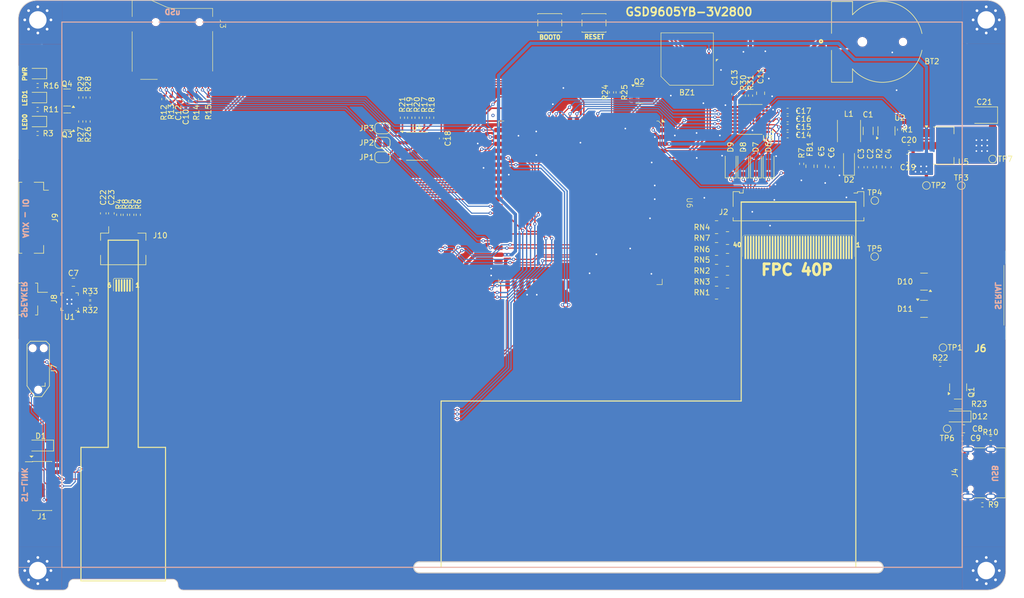
<source format=kicad_pcb>
(kicad_pcb (version 20240108) (generator "pcbnew") (generator_version "8.0")
  (layers (0 "F.Cu" signal) (31 "B.Cu" signal) (34 "B.Paste" user) (35 "F.Paste" user) (36 "B.SilkS" user "B.Silkscreen") (37 "F.SilkS" user "F.Silkscreen") (38 "B.Mask" user) (39 "F.Mask" user) (44 "Edge.Cuts" user))
  (net 0 "")
  (net 1 "GND")
  (net 2 "/LED_A")
  (net 3 "/LED_K")
  (net 4 "Net-(D1-A)")
  (net 5 "/SW")
  (net 6 "/LCD_G7")
  (net 7 "/LCD_B4")
  (net 8 "/LCD_G6")
  (net 9 "/LCD_R4")
  (net 10 "/LCD_CLK")
  (net 11 "/LCD_DE")
  (net 12 "/LCD_G4")
  (net 13 "/LCD_G5")
  (net 14 "/LCD_HSYNC")
  (net 15 "/LCD_R5")
  (net 16 "/LCD_G2")
  (net 17 "/LCD_R7")
  (net 18 "+3V3")
  (net 19 "/LCD_B3")
  (net 20 "/LCD_G3")
  (net 21 "/LCD_R6")
  (net 22 "/LCD_B6")
  (net 23 "/LCD_VSYNC")
  (net 24 "/LCD_RST")
  (net 25 "/LCD_B5")
  (net 26 "/LCD_R3")
  (net 27 "/EE_SDA")
  (net 28 "/LCD_B7")
  (net 29 "/SWO")
  (net 30 "/SWDIO")
  (net 31 "/SWCLK")
  (net 32 "/RESET")
  (net 33 "/LCD_BLK")
  (net 34 "/BOOT0")
  (net 35 "/EE_SCL")
  (net 36 "/USB_DP")
  (net 37 "VBAT")
  (net 38 "/USB_DN")
  (net 39 "/G5")
  (net 40 "/G6")
  (net 41 "/B3")
  (net 42 "/G7")
  (net 43 "/B4")
  (net 44 "/B6")
  (net 45 "/B5")
  (net 46 "/B7")
  (net 47 "/G3")
  (net 48 "/G2")
  (net 49 "/R7")
  (net 50 "/G4")
  (net 51 "/R4")
  (net 52 "/R3")
  (net 53 "/R5")
  (net 54 "/R6")
  (net 55 "/R2")
  (net 56 "/G1")
  (net 57 "/R1")
  (net 58 "/G0")
  (net 59 "/B2")
  (net 60 "/B1")
  (net 61 "/B0")
  (net 65 "/LCD_G1")
  (net 66 "/LCD_B2")
  (net 67 "Net-(RN4-R1.2)")
  (net 68 "Net-(RN4-R2.2)")
  (net 69 "Net-(RN4-R4.2)")
  (net 70 "Net-(RN4-R3.2)")
  (net 71 "VDD_LCD")
  (net 72 "Net-(J4-CC2)")
  (net 73 "VBUS")
  (net 76 "Net-(J4-CC1)")
  (net 77 "Net-(D3-A)")
  (net 78 "Net-(D4-A)")
  (net 79 "/LED0")
  (net 80 "/LED1")
  (net 81 "/DAT1")
  (net 82 "/DAT0")
  (net 83 "/SD_DET")
  (net 84 "/DAT2")
  (net 85 "/CMD")
  (net 86 "/CLK")
  (net 87 "/DAT3")
  (net 88 "Net-(D5-A)")
  (net 89 "/LCD_R1")
  (net 90 "/LCD_R2")
  (net 91 "/YD")
  (net 92 "/XL")
  (net 93 "/XR")
  (net 94 "/YU")
  (net 95 "/LCD_R0")
  (net 96 "/LCD_B0")
  (net 98 "/LCD_B1")
  (net 99 "/LCD_G0")
  (net 100 "Net-(RN1-R1.2)")
  (net 101 "/TP_SCL")
  (net 102 "/TP_WAKE")
  (net 103 "/TP_SDA")
  (net 104 "/TP_INT")
  (net 105 "/SERIAL_RX")
  (net 106 "/SERIAL_TX")
  (net 107 "/TP_MISO")
  (net 108 "/TP_MOSI")
  (net 110 "/TP_IRQ")
  (net 112 "/TP_CLK")
  (net 113 "/TP_BUSY")
  (net 114 "/TP_CS")
  (net 115 "Net-(JP1-A)")
  (net 116 "Net-(JP2-A)")
  (net 117 "Net-(JP3-A)")
  (net 118 "VDD")
  (net 119 "VEXT")
  (net 124 "Net-(BZ1--)")
  (net 125 "Net-(Q2-B)")
  (net 126 "/BUZZER")
  (net 127 "Net-(D3-K)")
  (net 128 "Net-(D4-K)")
  (net 129 "Net-(Q3-B)")
  (net 130 "Net-(Q4-B)")
  (net 131 "/DBG_TX")
  (net 132 "/DBG_RX")
  (net 133 "/IO_3")
  (net 134 "/IO_7")
  (net 135 "/IO_1")
  (net 136 "/IO_0")
  (net 137 "/IO_2")
  (net 138 "/IO_5")
  (net 139 "/IO_6")
  (net 140 "/IO_4")
  (net 141 "/USB_VBUS_DET")
  (net 143 "/I2S2_SDO")
  (net 144 "/I2S2_CLK")
  (net 145 "/I2S2_WS")
  (net 146 "Net-(J8-Pin_2)")
  (net 147 "Net-(J8-Pin_1)")
  (net 148 "/GAIN_SLOT")
  (net 149 "Net-(U1-~{SD_MODE})")
  (net 150 "/~{SD_MODE}")
  (footprint "Capacitor_SMD:C_0603_1608Metric" (layer "F.Cu") (at 180.6222 79.6274 90)
    (property "Reference" "C3")
    (property "Value" "1u")
  )
  (footprint "Capacitor_SMD:C_0603_1608Metric" (layer "F.Cu") (at 182.281666 79.6274 90)
    (property "Reference" "C2")
    (property "Value" "1u")
  )
  (footprint "Button_Switch_SMD:SW_SPST_PTS810" (layer "F.Cu") (at 123.5378 53.1704 180)
    (property "Reference" "SW1" (hide yes))
    (property "Value" "BOOT0")
  )
  (footprint "Resistor_SMD:R_0402_1005Metric" (layer "F.Cu") (at 99.221 70.5549 90)
    (property "Reference" "R20")
    (property "Value" "2K2")
  )
  (footprint "Resistor_SMD:R_0402_1005Metric" (layer "F.Cu") (at 160.333932 66.5054 -90)
    (property "Reference" "R31")
    (property "Value" "10K")
  )
  (footprint "Resistor_SMD:R_0402_1005Metric" (layer "F.Cu") (at 37.5866 71.246176 90)
    (property "Reference" "R27")
    (property "Value" "10K")
  )
  (footprint "MountingHole:MountingHole_3.2mm_M3_Pad_Via" (layer "F.Cu") (at 29.7244 52.6134)
    (property "Reference" "H1" (hide yes))
    (property "Value" "MountingHole_Pad")
  )
  (footprint "Resistor_SMD:R_0402_1005Metric" (layer "F.Cu") (at 58.7872 67.1374 90)
    (property "Reference" "R14")
    (property "Value" "10K")
  )
  (footprint "Connector_FFC-FPC:Hirose_FH12-10S-0.5SH_1x10-1MP_P0.50mm_Horizontal" (layer "F.Cu") (at 45.3744 93.0134)
    (property "Reference" "J10")
    (property "Value" "Conn_01x10_MountingPin")
  )
  (footprint "TestPoint:TestPoint_Pad_D1.0mm" (layer "F.Cu") (at 195.6051 112.7295)
    (property "Reference" "TP1")
    (property "Value" "TestPoint")
  )
  (footprint "TestPoint:TestPoint_Pad_D1.0mm" (layer "F.Cu") (at 204.6986 78.1304)
    (property "Reference" "TP7")
    (property "Value" "TestPoint")
  )
  (footprint "Capacitor_SMD:C_0603_1608Metric" (layer "F.Cu") (at 175.1584 79.6274 90)
    (property "Reference" "C6")
    (property "Value" "100n")
  )
  (footprint "Capacitor_SMD:C_0603_1608Metric" (layer "F.Cu") (at 56.8432 67.4324 -90)
    (property "Reference" "C10")
    (property "Value" "1u")
  )
  (footprint "Resistor_SMD:R_0402_1005Metric" (layer "F.Cu") (at 202.8142 141.5542 180)
    (property "Reference" "R9")
    (property "Value" "5K1")
  )
  (footprint "Package_TO_SOT_SMD:SOT-23-5" (layer "F.Cu") (at 185.2422 72.9732 90)
    (property "Reference" "U2")
    (property "Value" "TPS61169")
  )
  (footprint "TestPoint:TestPoint_Pad_D1.0mm" (layer "F.Cu") (at 196.3626 127.6096)
    (property "Reference" "TP6")
    (property "Value" "TestPoint")
  )
  (footprint "Package_TO_SOT_SMD:SOT-23" (layer "F.Cu") (at 192.1256 105.6134)
    (property "Reference" "D11")
    (property "Value" "BAT54S")
  )
  (footprint "Resistor_SMD:R_0402_1005Metric" (layer "F.Cu") (at 46.9392 88.3646 -90)
    (property "Reference" "R5")
    (property "Value" "2K2")
  )
  (footprint "Capacitor_SMD:C_0603_1608Metric" (layer "F.Cu") (at 167.132 72.263)
    (property "Reference" "C15")
    (property "Value" "100n")
  )
  (footprint "Resistor_SMD:R_0402_1005Metric" (layer "F.Cu") (at 39.3025 104.5551)
    (property "Reference" "R32")
    (property "Value" "100K")
  )
  (footprint "Resistor_SMD:R_0402_1005Metric" (layer "F.Cu") (at 136.0678 65.9029 -90)
    (property "Reference" "R25")
    (property "Value" "10K")
  )
  (footprint "Resistor_SMD:R_0402_1005Metric" (layer "F.Cu") (at 39.3025 103.5645)
    (property "Reference" "R33")
    (property "Value" "1M")
  )
  (footprint "Resistor_SMD:R_0402_1005Metric" (layer "F.Cu") (at 29.6849 69.049488 180)
    (property "Reference" "R11")
    (property "Value" "2K")
  )
  (footprint "TestPoint:TestPoint_Pad_D1.0mm" (layer "F.Cu") (at 183.1086 85.7504)
    (property "Reference" "TP4")
    (property "Value" "TestPoint")
  )
  (footprint "Capacitor_SMD:C_0603_1608Metric" (layer "F.Cu") (at 185.6006 79.6274 90)
    (property "Reference" "C4")
    (property "Value" "100n")
  )
  (footprint "Resistor_SMD:R_0402_1005Metric" (layer "F.Cu") (at 45.7454 88.3646 90)
    (property "Reference" "R8")
    (property "Value" "10K")
  )
  (footprint "Button_Switch_SMD:SW_SPST_PTS810" (layer "F.Cu") (at 131.6404 53.1704 180)
    (property "Reference" "SW2" (hide yes))
    (property "Value" "RST")
  )
  (footprint "MountingHole:MountingHole_3.2mm_M3_Pad_Via" (layer "F.Cu") (at 29.7244 153.6134)
    (property "Reference" "H2" (hide yes))
    (property "Value" "MountingHole_Pad")
  )
  (footprint "Resistor_SMD:R_0402_1005Metric" (layer "F.Cu") (at 44.5516 88.3646 90)
    (property "Reference" "R4")
    (property "Value" "10K")
  )
  (footprint "Resistor_SMD:R_0402_1005Metric" (layer "F.Cu") (at 29.6849 64.656112)
    (property "Reference" "R16")
    (property "Value" "2K")
  )
  (footprint "Inductor_SMD:L_Abracon_ASPI-4030S" (layer "F.Cu") (at 178.3744 72.9982 -90)
    (property "Reference" "L1")
    (property "Value" "6.8u")
  )
  (footprint "Capacitor_SMD:C_0805_2012Metric" (layer "F.Cu") (at 173.3149 79.4524 90)
    (property "Reference" "C5")
    (property "Value" "10u")
  )
  (footprint "TestPoint:TestPoint_Pad_D1.0mm" (layer "F.Cu") (at 183.0832 96.012)
    (property "Reference" "TP5")
    (property "Value" "TestPoint")
  )
  (footprint "Package_TO_SOT_SMD:SOT-23" (layer "F.Cu") (at 139.9517 66.3429)
    (property "Reference" "Q2")
    (property "Value" "MMBT3904")
  )
  (footprint "Capacitor_SMD:C_1206_3216Metric" (layer "F.Cu") (at 181.8894 72.9732 -90)
    (property "Reference" "C1")
    (property "Value" "10u")
  )
  (footprint "Resistor_SMD:R_0402_1005Metric" (layer "F.Cu") (at 37.612 66.8528 90)
    (property "Reference" "R29")
    (property "Value" "10K")
  )
  (footprint "Package_TO_SOT_SMD:SOT-23" (layer "F.Cu") (at 192.1256 100.6134 180)
    (property "Reference" "D10")
    (property "Value" "BAT54S")
  )
  (footprint "Resistor_SMD:R_0402_1005Metric" (layer "F.Cu") (at 96.53815 70.5549 90)
    (property "Reference" "R21")
    (property "Value" "2K2")
  )
  (footprint "Connector_PinHeader_1.27mm:PinHeader_2x07_P1.27mm_Vertical_SMD" (layer "F.Cu") (at 30.5112 138.0998)
    (property "Reference" "J1")
    (property "Value" "SWD")
  )
  (footprint "Resistor_SMD:R_Array_Convex_4x0402" (layer "F.Cu") (at 156.1084 96.6284 180)
    (property "Reference" "RN5")
    (property "Value" "100")
  )
  (footprint "Package_DFN_QFN:TQFN-16-1EP_3x3mm_P0.5mm_EP1.23x1.23mm" (layer "F.Cu") (at 35.533 104.2971 180)
    (property "Reference" "U1")
    (property "Value" "MAX98357A")
  )
  (footprint "siplex:siplex-som-s16" (layer "F.Cu") (at 129.145 86.1568 -90)
    (property "Reference" "U6")
    (property "Value" "siplex-som-s16")
  )
  (footprint "Diode_SMD:D_SOD-123" (layer "F.Cu") (at 161.3154 79.248 90)
    (property "Reference" "D7")
    (property "Value" "MMSZ5226BT1G")
  )
  (footprint "Resistor_SMD:R_0402_1005Metric" (layer "F.Cu") (at 158.998866 66.5054 -90)
    (property "Reference" "R30")
    (property "Value" "10K")
  )
  (footprint "Package_TO_SOT_SMD:SOT-223-3_TabPin2" (layer "F.Cu") (at 195.7066 75.6666)
    (property "Reference" "U5")
    (property "Value" "AMS1117-3.3")
  )
  (footprint "Diode_SMD:D_SOD-123" (layer "F.Cu") (at 198.3591 125.349 180)
    (property "Reference" "D12")
    (property "Value" "MBR0540")
  )
  (footprint "MountingHole:MountingHole_3.2mm_M3_Pad_Via" (layer "F.Cu") (at 203.5244 52.6134)
    (property "Reference" "H3" (hide yes))
    (property "Value" "MountingHole_Pad")
  )
  (footprint "Resistor_SMD:R_0402_1005Metric" (layer "F.Cu") (at 187.6439 72.7332 -90)
    (property "Reference" "R1")
    (property "Value" "10K")
  )
  (footprint "Diode_SMD:D_SOD-123" (layer "F.Cu") (at 30.2504 130.683 180)
    (property "Reference" "D1")
    (property "Value" "NSR0320MW2T1G")
  )
  (footprint "Jumper:SolderJumper-2_P1.3mm_Open_RoundedPad1.0x1.5mm" (layer "F.Cu") (at 92.8774 75.1459 180)
    (property "Reference" "JP2")
    (property "Value" "JMP")
  )
  (footprint "Capacitor_SMD:C_0603_1608Metric" (layer "F.Cu") (at 167.132 69.3166)
    (property "Reference" "C17")
    (property "Value" "100n")
  )
  (footprint "Package_SO:TSSOP-16_4.4x5mm_P0.65mm" (layer "F.Cu") (at 160.274 70.866 180)
    (property "Reference" "U3")
    (property "Value" "XPT2046TS")
  )
  (footprint "Capacitor_Tantalum_SMD:CP_EIA-3528-12_Kemet-T" (layer "F.Cu") (at 203.1492 70.0786 180)
    (property "Reference" "C21")
    (property "Value" "22uF")
  )
  (footprint "Connector:Tag-Connect_TC2050-IDC-NL_2x05_P1.27mm_Vertical" (layer "F.Cu") (at 29.7942 116.6368 90)
    (property "Reference" "J7")
    (property "Value" "Conn_ARM_JTAG_SWD_10")
  )
  (footprint "Capacitor_SMD:C_0805_2012Metric" (layer "F.Cu") (at 162.179 66.0654 90)
    (property "Reference" "C11")
    (property "Value" "10u")
  )
  (footprint "Jumper:SolderJumper-2_P1.3mm_Open_RoundedPad1.0x1.5mm" (layer "F.Cu") (at 92.8774 77.8002 180)
    (property "Reference" "JP1")
    (property "Value" "JMP")
  )
  (footprint "MountingHole:MountingHole_3.2mm_M3_Pad_Via" (layer "F.Cu") (at 203.5244 153.6134)
    (property "Reference" "H4" (hide yes))
    (property "Value" "MountingHole_Pad")
  )
  (footprint "Capacitor_SMD:C_0402_1005Metric" (layer "F.Cu") (at 55.4872 67.1374 -90)
    (property "Reference" "C12")
    (property "Value" "100n")
  )
  (footprint "Capacitor_SMD:C_0603_1608Metric" (layer "F.Cu") (at 167.132 73.7362)
    (property "Reference" "C14")
    (property "Value" "100n")
  )
  (footprint "Resistor_SMD:R_0402_1005Metric" (layer "F.Cu") (at 54.1548 67.1374 90)
    (property "Reference" "R13")
    (property "Value" "10K")
  )
  (footprint "Resistor_SMD:R_0402_1005Metric" (layer "F.Cu") (at 204.3382 129.3622 180)
    (property "Reference" "R10")
    (property "Value" "5K1")
  )
  (footprint "LED_SMD:LED_0805_2012Metric" (layer "F.Cu") (at 29.6649 66.8528 180)
    (property "Reference" "D4" (hide yes))
    (property "Value" "LED")
  )
  (footprint "S4B-XH-SM4-TB_LF__SN:S4BXHSM4TBLFSN" (layer "F.Cu") (at 202.4888 103.1134 90)
    (property "Reference" "J6")
    (property "Value" "Serial" (hide yes))
  )
  (footprint "Capacitor_SMD:C_0603_1608Metric" (layer "F.Cu") (at 189.344 76.1238 180)
    (property "Reference" "C20")
    (property "Value" "100n")
  )
  (footprint "SMD-Buzzer:active-MLT-9650" (layer "F.Cu") (at 148.7191 59.7916 -90)
    (property "Reference" "BZ1")
    (property "Value" "MLT-9650")
  )
  (footprint "Resistor_SMD:R_Array_Convex_4x0402" (layer "F.Cu") (at 156.1084 100.6282 180)
    (property "Reference" "RN3")
    (property "Value" "100")
  )
  (footprint "Package_TO_SOT_SMD:SOT-23" (layer "F.Cu") (at 35.072 66.8528 180)
    (property "Reference" "Q4")
    (property "Value" "MMBT3904")
  )
  (footprint "LED_SMD:LED_0805_2012Metric" (layer "F.Cu") (at 29.6649 62.459424 180)
    (property "Reference" "D5" (hide yes))
    (property "Value" "LED")
  )
  (footprint "Resistor_SMD:R_0402_1005Metric" (layer "F.Cu") (at 60.9872 67.1374 90)
    (property "Reference" "R15")
    (property "Value" "10K")
  )
  (footprint "Capacitor_SMD:C_0603_1608Metric" (layer "F.Cu") (at 199.1566 129.3622)
    (property "Reference" "C9")
    (property "Value" "100n")
  )
  (footprint "Capacitor_SMD:C_0805_2012Metric" (layer "F.Cu") (at 171.2214 79.4524 -90)
    (property "Reference" "FB1")
    (property "Value" "600R/100MHz")
  )
  (footprint "LED_SMD:LED_0805_2012Metric" (layer "F.Cu") (at 29.6649 71.246176 180)
    (property "Reference" "D3" (hide yes))
    (property "Value" "LED")
  )
  (footprint "Connector_JST:JST_SHL_SM10B-SHLS-TF_1x10-1MP_P1.00mm_Horizontal" (layer "F.Cu") (at 29.3822 88.9 -90)
    (property "Reference" "J9")
    (property "Value" "Conn_01x10_MountingPin")
  )
  (footprint "Resistor_SMD:R_Array_Convex_4x0402" (layer "F.Cu") (at 156.1084 92.6272 180)
    (property "Reference" "RN7")
    (property "Value" "100")
  )
  (footprint "Resistor_SMD:R_0603_1608Metric" (layer "F.Cu") (at 183.941132 79.5774 90)
    (property "Reference" "R2")
    (property "Value" "4.7R")
  )
  (footprint "Resistor_SMD:R_0402_1005Metric" (layer "F.Cu") (at 38.9328 71.246176 90)
    (property "Reference" "R26")
    (property "Value" "1K")
  )
  (footprint "Diode_SMD:D_SOD-123" (layer "F.Cu") (at 156.6926 79.248 90)
    (property "Reference" "D9")
    (property "Value" "MMSZ5226BT1G")
  )
  (footprint "Diode_SMD:D_SOD-123" (layer "F.Cu") (at 159.004 79.248 90)
    (property "Reference" "D8")
    (property "Value" "MMSZ5226BT1G")
  )
  (footprint "Capacitor_SMD:C_0603_1608Metric" (layer "F.Cu") (at 167.132 70.7898)
    (property "Reference" "C16")
    (property "Value" "100n")
  )
  (footprint "Capacitor_SMD:C_0603_1608Metric" (layer "F.Cu") (at 41.7122 88.0996 90)
    (property "Reference" "C22")
    (property "Value" "1u")
  )
  (footprint "Resistor_SMD:R_0402_1005Metric" (layer "F.Cu") (at 97.879575 70.5549 90)
    (property "Reference" "R19")
    (property "Value" "2K2")
  )
  (footprint "Resistor_SMD:R_0402_1005Metric" (layer "F.Cu") (at 169.6974 79.0124 -90)
    (property "Reference" "R7")
    (property "Value" "10K")
  )
  (footprint "Resistor_SMD:R_0402_1005Metric" (layer "F.Cu") (at 48.133 88.3646 -90)
    (property "Reference" "R6")
    (property "Value" "2K2")
  )
  (footprint "Package_SO:SOIC-8_3.9x4.9mm_P1.27mm" (layer "F.Cu") (at 99.2234 75.7873)
    (property "Reference" "U4")
    (property "Value" "CAT24C256")
  )
  (footprint "Capacitor_SMD:C_0805_2012Metric" (layer "F.Cu") (at 199.3316 127.6096)
    (property "Reference" "C8")
    (property "Value" "4u7")
  )
  (footprint "Resistor_SMD:R_0402_1005Metric" (layer "F.Cu") (at 29.6849 73.442864 180)
    (property "Reference" "R3")
    (property "Value" "2K")
  )
  (footprint "Resistor_SMD:R_0402_1005Metric" (layer "F.Cu") (at 134.86 65.9029 90)
    (property "Reference" "R24")
    (property "Value" "1K")
  )
  (footprint "TF-115:SD-TF-115" (layer "F.Cu") (at 54.3844 58.7662 180)
    (property "Reference" "J3")
    (property "Value" "Micro_SD_Card_Det1")
  )
  (footprint "Capacitor_SMD:C_0805_2012Metric" (layer "F.Cu") (at 189.169 77.978 180)
    (property "Reference" "C19")
    (property "Value" "10u")
  )
  (footprint "Resistor_SMD:R_1206_3216Metric" (layer "F.Cu") (at 198.3816 123.063)
    (property "Reference" "R23")
    (property "Value" "0")
  )
  (footprint "Jumper:SolderJumper-2_P1.3mm_Open_RoundedPad1.0x1.5mm" (layer "F.Cu") (at 92.8774 72.4916 180)
    (property "Reference" "JP3")
    (property "Value" "JMP")
  )
  (footprint "Capacitor_SMD:C_0603_1608Metric" (layer "F.Cu") (at 157.4038 66.2404 90)
    (property "Reference" "C13")
    (property "Value" "100n")
  )
  (footprint "TestPoint:TestPoint_Pad_D1.0mm" (layer "F.Cu") (at 198.9582 83.0072)
    (property "Reference" "TP3")
    (property "Value" "TestPoint")
  )
  (footprint "Diode_SMD:D_SOD-123" (layer "F.Cu") (at 178.3744 78.7524 90)
    (property "Reference" "D2")
    (property "Value" "MBR0540")
  )
  (footprint "Connector_FFC-FPC:Omron_XF2M-4015-1A_1x40-1MP_P0.5mm_Horizontal" (layer "F.Cu") (at 169.1244 86.0134)
    (property "Reference" "J2")
    (property "Value" "Conn_01x40_MountingPin")
  )
  (footprint "Connector_Hirose:Hirose_DF13C_CL535-0402-2-51_1x02-1MP_P1.25mm_Vertical" (layer "F.Cu") (at 29.157 103.806676 -90)
    (property "Reference" "J8")
    (property "Value" "Conn_01x02_MountingPin")
  )
  (footprint "Diode_SMD:D_SOD-123" (layer "F.Cu") (at 163.6268 79.248 90)
    (property "Reference" "D6")
    (property "Value" "MMSZ5226BT1G")
  )
  (footprint "TestPoint:TestPoint_Pad_D1.0mm" (layer "F.Cu") (at 192.5566 82.9818)
    (property "Reference" "TP2")
    (property "Value" "TestPoint")
  )
  (footprint "Resistor_SMD:R_Array_Convex_4x0402" (layer "F.Cu") (at 154.1018 94.6284 180)
    (property "Reference" "RN6")
    (property "Value" "100")
  )
  (footprint "Package_TO_SOT_SMD:SOT-23" (layer "F.Cu") (at 35.0974 71.246176 180)
    (property "Reference" "Q3")
    (property "Value" "MMBT3904")
  )
  (footprint "Connector_USB:USB_C_Receptacle_G-Switch_GT-USB-7010ASV" (layer "F.Cu") (at 203.2762 135.6868 90)
    (property "Reference" "J4")
    (property "Value" "USB_C_Receptacle_USB2.0_16P")
  )
  (footprint "Resistor_SMD:R_0402_1005Metric" (layer "F.Cu") (at 100.562425 70.5549 -90)
    (property "Reference" "R17")
    (property "Value" "2K2")
  )
  (footprint "CR1220-Batt-conn-S8411-45R:CR1220-Batt-conn-S8411-45R" (layer "F.Cu") (at 184.5476 56.642 -90)
    (property "Reference" "BT2")
    (property "Value" "S8411-45R")
  )
  (footprint "Capacitor_SMD:C_0402_1005Metric" (layer "F.Cu") (at 103.6724 74.3623 -90)
    (property "Reference" "C18")
    (property "Value" "100n")
  )
  (footprint "Resistor_SMD:R_0402_1005Metric" (layer "F.Cu") (at 101.90385 70.5549 -90)
    (property "Reference" "R18")
    (property "Value" "2K2")
  )
  (footprint "Resistor_SMD:R_0402_1005Metric" (layer "F.Cu") (at 38.9328 66.8528 90)
    (property "Reference" "R28")
    (property "Value" "1K")
  )
  (footprint "Resistor_SMD:R_0402_1005Metric" (layer "F.Cu") (at 195.0951 115.7775 180)
    (property "Reference" "R22")
    (property "Value" "10K")
  )
  (footprint "Resistor_SMD:R_Array_Convex_4x0402" (layer "F.Cu") (at 154.1018 90.6272 180)
    (property "Reference" "RN4")
    (property "Value" "100")
  )
  (footprint "Resistor_SMD:R_0402_1005Metric" (layer "F.Cu") (at 52.8124 67.1374 90)
    (property "Reference" "R12")
    (property "Value" "10K")
  )
  (footprint "Resistor_SMD:R_Array_Convex_4x0402" (layer "F.Cu") (at 154.1018 102.6294 180)
    (property "Reference" "RN1")
    (property "Value" "100")
  )
  (footprint "Package_TO_SOT_SMD:SOT-23" (layer "F.Cu") (at 198.3816 119.9896 90)
    (property "Reference" "Q1")
    (property "Value" "DMG2301L")
  )
  (footprint "Resistor_SMD:R_Array_Convex_4x0402" (layer "F.Cu") (at 154.1018 98.6282 180)
    (property "Reference" "RN2")
    (property "Value" "100")
  )
  (footprint "Capacitor_SMD:C_0603_1608Metric" (layer "F.Cu") (at 43.2054 88.0996 90)
    (property "Reference" "C23")
    (property "Value" "100n")
  )
  (footprint "Capacitor_SMD:C_0805_2012Metric" (layer "F.Cu") (at 36.2393 100.7451)
    (property "Reference" "C7")
    (property "Value" "10u")
  )
  (gr_line (start 34.1244 153.0134) (end 199.1244 153.0134) (stroke (width 0.2)) (layer "B.SilkS"))
  (gr_line (start 199.1244 53.0134) (end 199.1244 153.0134) (stroke (width 0.2)) (layer "B.SilkS"))
  (gr_line (start 34.1244 53.0134) (end 199.1244 53.0134) (stroke (width 0.2)) (layer "B.SilkS"))
  (gr_line (start 34.1244 153.0134) (end 26.1244 153.0134) (stroke (width 0.1)) (layer "B.SilkS"))
  (gr_line (start 34.1244 53.0134) (end 34.1244 153.0134) (stroke (width 0.2)) (layer "B.SilkS"))
  (gr_line (start 178.8744 92.3544) (end 178.8744 96.3544) (stroke (width 0.3)) (layer "F.SilkS"))
  (gr_line (start 159.8744 92.3544) (end 159.8744 96.3544) (stroke (width 0.3)) (layer "F.SilkS"))
  (gr_line (start 165.3744 92.3544) (end 165.3744 96.3544) (stroke (width 0.3)) (layer "F.SilkS"))
  (gr_line (start 103.6244 122.5134) (end 158.6244 122.5134) (stroke (width 0.2)) (layer "F.SilkS"))
  (gr_line (start 170.8744 92.3544) (end 170.8744 96.3544) (stroke (width 0.3)) (layer "F.SilkS"))
  (gr_line (start 53.1244 153.0134) (end 53.1244 155.5134) (stroke (width 0.2)) (layer "F.SilkS"))
  (gr_line (start 167.3744 92.3544) (end 167.3744 96.3544) (stroke (width 0.3)) (layer "F.SilkS"))
  (gr_poly (pts (xy 144.7292 71.3994) (xy 144.0434 70.7136) (xy 144.0434 71.3994)) (fill solid) (layer "F.SilkS"))
  (gr_line (start 42.6244 131.0134) (end 37.6244 131.0134) (stroke (width 0.2)) (layer "F.SilkS"))
  (gr_line (start 179.6244 86.0134) (end 158.6244 86.0134) (stroke (width 0.2)) (layer "F.SilkS"))
  (gr_line (start 168.8744 92.3544) (end 168.8744 96.3544) (stroke (width 0.3)) (layer "F.SilkS"))
  (gr_line (start 164.8744 92.3544) (end 164.8744 96.3544) (stroke (width 0.3)) (layer "F.SilkS"))
  (gr_line (start 48.1244 131.0134) (end 53.1244 131.0134) (stroke (width 0.2)) (layer "F.SilkS"))
  (gr_line (start 159.3744 92.0496) (end 178.8744 92.0496) (stroke (width 0.05)) (layer "F.SilkS"))
  (gr_line (start 42.6244 93.0134) (end 48.1244 93.0134) (stroke (width 0.2)) (layer "F.SilkS"))
  (gr_line (start 53.1244 131.0134) (end 53.1244 153.0134) (stroke (width 0.2)) (layer "F.SilkS"))
  (gr_line (start 48.1244 93.0134) (end 48.1244 131.0134) (stroke (width 0.2)) (layer "F.SilkS"))
  (gr_line (start 43.839 100.0252) (end 46.839 100.0252) (stroke (width 0.1)) (layer "F.SilkS"))
  (gr_arc (start 178.8744 92.0496) (mid 179.227953 92.196047) (end 179.3744 92.5496) (stroke (width 0.05)) (layer "F.SilkS"))
  (gr_line (start 172.3744 92.3544) (end 172.3744 96.3544) (stroke (width 0.3)) (layer "F.SilkS"))
  (gr_line (start 37.6244 131.0134) (end 37.6244 153.0134) (stroke (width 0.2)) (layer "F.SilkS"))
  (gr_line (start 179.3744 92.5496) (end 179.3744 96.0496) (stroke (width 0.05)) (layer "F.SilkS"))
  (gr_line (start 178.3744 92.3544) (end 178.3744 96.3544) (stroke (width 0.3)) (layer "F.SilkS"))
  (gr_line (start 164.3744 92.3544) (end 164.3744 96.3544) (stroke (width 0.3)) (layer "F.SilkS"))
  (gr_line (start 171.8744 92.3544) (end 171.8744 96.3544) (stroke (width 0.3)) (layer "F.SilkS"))
  (gr_line (start 169.3744 92.3544) (end 169.3744 96.3544) (stroke (width 0.3)) (layer "F.SilkS"))
  (gr_line (start 43.589 100.2752) (end 43.589 102.3252) (stroke (width 0.1)) (layer "F.SilkS"))
  (gr_line (start 173.3744 92.3544) (end 173.3744 96.3544) (stroke (width 0.3)) (layer "F.SilkS"))
  (gr_line (start 169.8744 92.3544) (end 169.8744 96.3544) (stroke (width 0.3)) (layer "F.SilkS"))
  (gr_line (start 163.3744 92.3544) (end 163.3744 96.3544) (stroke (width 0.3)) (layer "F.SilkS"))
  (gr_line (start 159.3744 92.3544) (end 159.3744 96.3544) (stroke (width 0.3)) (layer "F.SilkS"))
  (gr_arc (start 158.8744 92.5496) (mid 159.020847 92.196047) (end 159.3744 92.0496) (stroke (width 0.05)) (layer "F.SilkS"))
  (gr_line (start 47.089 100.2752) (end 47.089 102.3252) (stroke (width 0.1)) (layer "F.SilkS"))
  (gr_line (start 163.8744 92.3544) (end 163.8744 96.3544) (stroke (width 0.3)) (layer "F.SilkS"))
  (gr_line (start 37.6244 153.0134) (end 37.6244 155.5134) (stroke (width 0.2)) (layer "F.SilkS"))
  (gr_line (start 166.3744 92.3544) (end 166.3744 96.3544) (stroke (width 0.3)) (layer "F.SilkS"))
  (gr_line (start 158.6244 86.0134) (end 158.6244 122.5134) (stroke (width 0.2)) (layer "F.SilkS"))
  (gr_line (start 179.6244 86.0134) (end 179.6244 153.0134) (stroke (width 0.2)) (layer "F.SilkS"))
  (gr_line (start 158.8744 92.5496) (end 158.8744 96.0496) (stroke (width 0.05)) (layer "F.SilkS"))
  (gr_arc (start 43.589 100.2752) (mid 43.662223 100.098423) (end 43.839 100.0252) (stroke (width 0.1)) (layer "F.SilkS"))
  (gr_line (start 170.3744 92.3544) (end 170.3744 96.3544) (stroke (width 0.3)) (layer "F.SilkS"))
  (gr_line (start 175.8744 92.3544) (end 175.8744 96.3544) (stroke (width 0.3)) (layer "F.SilkS"))
  (gr_line (start 103.6244 153.0134) (end 103.6244 122.5134) (stroke (width 0.2)) (layer "F.SilkS"))
  (gr_line (start 175.3744 92.3544) (end 175.3744 96.3544) (stroke (width 0.3)) (layer "F.SilkS"))
  (gr_line (start 162.8744 92.3544) (end 162.8744 96.3544) (stroke (width 0.3)) (layer "F.SilkS"))
  (gr_line (start 160.8744 92.3544) (end 160.8744 96.3544) (stroke (width 0.3)) (layer "F.SilkS"))
  (gr_line (start 37.6244 155.5134) (end 53.1244 155.5134) (stroke (width 0.2)) (layer "F.SilkS"))
  (gr_line (start 161.3744 92.3544) (end 161.3744 96.3544) (stroke (width 0.3)) (layer "F.SilkS"))
  (gr_line (start 171.3744 92.3544) (end 171.3744 96.3544) (stroke (width 0.3)) (layer "F.SilkS"))
  (gr_line (start 162.3744 92.3544) (end 162.3744 96.3544) (stroke (width 0.3)) (layer "F.SilkS"))
  (gr_line (start 45.089 100.3252) (end 45.089 102.3252) (stroke (width 0.3)) (layer "F.SilkS"))
  (gr_line (start 165.8744 92.3544) (end 165.8744 96.3544) (stroke (width 0.3)) (layer "F.SilkS"))
  (gr_line (start 160.3744 92.3544) (end 160.3744 96.3544) (stroke (width 0.3)) (layer "F.SilkS"))
  (gr_line (start 172.8744 92.3544) (end 172.8744 96.3544) (stroke (width 0.3)) (layer "F.SilkS"))
  (gr_line (start 45.589 100.3252) (end 45.589 102.3252) (stroke (width 0.3)) (layer "F.SilkS"))
  (gr_arc (start 46.839 100.0252) (mid 47.015777 100.098423) (end 47.089 100.2752) (stroke (width 0.1)) (layer "F.SilkS"))
  (gr_line (start 46.089 100.3252) (end 46.089 102.3252) (stroke (width 0.3)) (layer "F.SilkS"))
  (gr_line (start 176.8744 92.3544) (end 176.8744 96.3544) (stroke (width 0.3)) (layer "F.SilkS"))
  (gr_line (start 42.6244 93.0134) (end 42.6244 131.0134) (stroke (width 0.2)) (layer "F.SilkS"))
  (gr_line (start 176.3744 92.3544) (end 176.3744 96.3544) (stroke (width 0.3)) (layer "F.SilkS"))
  (gr_line (start 44.089 100.3252) (end 44.089 102.3252) (stroke (width 0.3)) (layer "F.SilkS"))
  (gr_line (start 174.3744 92.3544) (end 174.3744 96.3544) (stroke (width 0.3)) (layer "F.SilkS"))
  (gr_line (start 177.8744 92.3544) (end 177.8744 96.3544) (stroke (width 0.3)) (layer "F.SilkS"))
  (gr_line (start 161.8744 92.3544) (end 161.8744 96.3544) (stroke (width 0.3)) (layer "F.SilkS"))
  (gr_line (start 174.8744 92.3544) (end 174.8744 96.3544) (stroke (width 0.3)) (layer "F.SilkS"))
  (gr_line (start 177.3744 92.3544) (end 177.3744 96.3544) (stroke (width 0.3)) (layer "F.SilkS"))
  (gr_line (start 166.8744 92.3544) (end 166.8744 96.3544) (stroke (width 0.3)) (layer "F.SilkS"))
  (gr_poly (pts (xy 28.9676 132.5372) (xy 28.1548 132.5372) (xy 28.5612 132.9436)) (fill solid) (layer "F.SilkS"))
  (gr_line (start 173.8744 92.3544) (end 173.8744 96.3544) (stroke (width 0.3)) (layer "F.SilkS"))
  (gr_line (start 179.6244 86.0134) (end 158.6244 86.0134) (stroke (width 0.2)) (layer "F.SilkS"))
  (gr_line (start 167.8744 92.3544) (end 167.8744 96.3544) (stroke (width 0.3)) (layer "F.SilkS"))
  (gr_line (start 46.589 100.3252) (end 46.589 102.3252) (stroke (width 0.3)) (layer "F.SilkS"))
  (gr_line (start 168.3744 92.3544) (end 168.3744 96.3544) (stroke (width 0.3)) (layer "F.SilkS"))
  (gr_line (start 44.589 100.3252) (end 44.589 102.3252) (stroke (width 0.3)) (layer "F.SilkS"))
  (gr_arc (start 35.3744 156.2134) (mid 35.667293 155.506293) (end 36.3744 155.2134) (stroke (width 0.1)) (layer "Edge.Cuts"))
  (gr_line (start 99.6244 152.0134) (end 183.6244 152.0134) (stroke (width 0.2)) (layer "Edge.Cuts"))
  (gr_arc (start 99.6244 154.0134) (mid 98.6244 153.0134) (end 99.6244 152.0134) (stroke (width 0.2)) (layer "Edge.Cuts"))
  (gr_line (start 56.3744 157.2134) (end 203.7244 157.2134) (stroke (width 0.1)) (layer "Edge.Cuts"))
  (gr_arc (start 207.1244 153.8134) (mid 206.128563 156.217563) (end 203.7244 157.2134) (stroke (width 0.1)) (layer "Edge.Cuts"))
  (gr_arc (start 26.1244 52.4134) (mid 27.120237 50.009237) (end 29.5244 49.0134) (stroke (width 0.1)) (layer "Edge.Cuts"))
  (gr_line (start 99.6244 154.0134) (end 183.6244 154.0134) (stroke (width 0.2)) (layer "Edge.Cuts"))
  (gr_line (start 34.3744 157.2134) (end 29.5244 157.2134) (stroke (width 0.1)) (layer "Edge.Cuts"))
  (gr_arc (start 54.3744 155.2134) (mid 55.081507 155.506293) (end 55.3744 156.2134) (stroke (width 0.1)) (layer "Edge.Cuts"))
  (gr_arc (start 29.5244 157.2134) (mid 27.120237 156.217563) (end 26.1244 153.8134) (stroke (width 0.1)) (layer "Edge.Cuts"))
  (gr_arc (start 183.6244 152.0134) (mid 184.6244 153.0134) (end 183.6244 154.0134) (stroke (width 0.2)) (layer "Edge.Cuts"))
  (gr_line (start 207.1244 153.8134) (end 207.1244 52.4134) (stroke (width 0.1)) (layer "Edge.Cuts"))
  (gr_line (start 36.3744 155.2134) (end 54.3744 155.2134) (stroke (width 0.1)) (layer "Edge.Cuts"))
  (gr_arc (start 56.3744 157.2134) (mid 55.667293 156.920507) (end 55.3744 156.2134) (stroke (width 0.1)) (layer "Edge.Cuts"))
  (gr_line (start 26.1244 153.8134) (end 26.1244 52.4134) (stroke (width 0.1)) (layer "Edge.Cuts"))
  (gr_arc (start 35.3744 156.2134) (mid 35.081507 156.920507) (end 34.3744 157.2134) (stroke (width 0.1)) (layer "Edge.Cuts"))
  (gr_arc (start 203.7244 49.0134) (mid 206.128563 50.009237) (end 207.1244 52.4134) (stroke (width 0.1)) (layer "Edge.Cuts"))
  (gr_line (start 29.5244 49.0134) (end 203.7244 49.0134) (stroke (width 0.1)) (layer "Edge.Cuts"))
  (gr_text "USB" (at 204.516 137.4618 270) (layer "B.SilkS") (effects (font (size 1 1) (thickness 0.25) (bold yes)) (justify left bottom mirror)))
  (gr_text "AUX - IO" (at 26.8732 92.746429 270) (layer "B.SilkS") (effects (font (size 1 1) (thickness 0.25) (bold yes)) (justify left bottom mirror)))
  (gr_text "ST-LINK" (at 26.67 141.1986 -90) (layer "B.SilkS") (effects (font (size 1 1) (thickness 0.25) (bold yes)) (justify left bottom mirror)))
  (gr_text "SERIAL" (at 205.0796 105.8884 -90) (layer "B.SilkS") (effects (font (size 1 1) (thickness 0.25) (bold yes)) (justify left bottom mirror)))
  (gr_text "SPEAKER" (at 26.5938 107.3912 270) (layer "B.SilkS") (effects (font (size 1 1) (thickness 0.25) (bold yes)) (justify left bottom mirror)))
  (gr_text "uSD" (at 56.007 51.7652 0) (layer "B.SilkS") (effects (font (size 1 1) (thickness 0.25) (bold yes)) (justify left bottom mirror)))
  (gr_text "LED0" (at 27.8107 72.932843 90) (layer "F.SilkS") (effects (font (size 0.8 0.8) (thickness 0.2) (bold yes)) (justify left bottom)))
  (gr_text "FPC 40P" (at 162.0066 99.6188 0) (layer "F.SilkS") (effects (font (size 2 2) (thickness 0.5) (bold yes)) (justify left bottom)))
  (gr_text "GSD9605YB-3V2800" (at 137.2362 52.0192 0) (layer "F.SilkS") (effects (font (size 1.5 1.5) (thickness 0.3) (bold yes)) (justify left bottom)))
  (gr_text "BOOT0" (at 121.5058 56.2692 0) (layer "F.SilkS") (effects (font (size 0.8 0.8) (thickness 0.2) (bold yes)) (justify left bottom)))
  (gr_text "LED1" (at 27.8107 68.539467 90) (layer "F.SilkS") (effects (font (size 0.8 0.8) (thickness 0.2) (bold yes)) (justify left bottom)))
  (gr_text "40" (at 157.0028 94.3356 0) (layer "F.SilkS") (effects (font (size 0.8 0.8) (thickness 0.2) (bold yes)) (justify left bottom)))
  (gr_text "PWR" (at 27.8107 63.936567 90) (layer "F.SilkS") (effects (font (size 0.8 0.8) (thickness 0.2) (bold yes)) (justify left bottom)))
  (gr_text "1" (at 179.558 94.3544 0) (layer "F.SilkS") (effects (font (size 0.8 0.8) (thickness 0.2) (bold yes)) (justify left bottom)))
  (gr_text "1" (at 47.4678 101.7528 0) (layer "F.SilkS") (effects (font (size 0.8 0.8) (thickness 0.2) (bold yes)) (justify left bottom)))
  (gr_text "RESET" (at 129.7608 56.193 0) (layer "F.SilkS") (effects (font (size 0.8 0.8) (thickness 0.2) (bold yes)) (justify left bottom)))
  (gr_text "6" (at 42.3116 101.7782 0) (layer "F.SilkS") (effects (font (size 0.8 0.8) (thickness 0.2) (bold yes)) (justify left bottom)))
  (via (at 113.1316 70.1294) (size 0.6) (drill 0.3) (layers "F.Cu" "B.Cu") (net 0))
  (segment (start 125.97 102.0368) (end 125.97 101.1568) (width 0.6) (layer "F.Cu") (net 1))
  (segment (start 119.1006 99.187) (end 118.35 99.9376) (width 0.6) (layer "F.Cu") (net 1))
  (segment (start 144.145 74.0918) (end 142.7988 74.0918) (width 0.6) (layer "F.Cu") (net 1))
  (segment (start 142.7988 85.5218) (end 142.7734 85.4964) (width 0.6) (layer "F.Cu") (net 1))
  (segment (start 118.6688 103.0224) (end 119.38 103.0224) (width 0.6) (layer "F.Cu") (net 1))
  (segment (start 177.8744 85.139) (end 177.9016 85.1662) (width 0.3) (layer "F.Cu") (net 1))
  (segment (start 118.35 101.1568) (end 118.35 102.7036) (width 0.6) (layer "F.Cu") (net 1))
  (segment (start 114.145 99.4918) (end 112.8014 99.4918) (width 0.6) (layer "F.Cu") (net 1))
  (segment (start 125.97 101.1568) (end 125.97 100.8068) (width 0.2) (layer "F.Cu") (net 1))
  (segment (start 144.145 85.5218) (end 142.7988 85.5218) (width 0.6) (layer "F.Cu") (net 1))
  (segment (start 114.145 98.2218) (end 112.8014 98.2218) (width 0.6) (layer "F.Cu") (net 1))
  (segment (start 122.16 102.5792) (end 125.4276 102.5792) (width 0.6) (layer "F.Cu") (net 1))
  (segment (start 122.16 102.5792) (end 121.7168 103.0224) (width 0.6) (layer "F.Cu") (net 1))
  (segment (start 137.4 71.1568) (end 137.4 72.531) (width 0.6) (layer "F.Cu") (net 1))
  (segment (start 137.4 72.531) (end 137.3886 72.5424) (width 0.6) (layer "F.Cu") (net 1))
  (segment (start 125.4276 102.5792) (end 125.97 102.0368) (width 0.6) (layer "F.Cu") (net 1))
  (segment (start 177.8744 83.9634) (end 177.8744 85.139) (width 0.3) (layer "F.Cu") (net 1))
  (segment (start 121.7168 103.0224) (end 121.158 103.0224) (width 0.6) (layer "F.Cu") (net 1))
  (segment (start 122.16 101.1568) (end 122.16 102.5792) (width 0.6) (layer "F.Cu") (net 1))
  (segment (start 118.35 102.7036) (end 118.6688 103.0224) (width 0.6) (layer "F.Cu") (net 1))
  (segment (start 122.16 99.8068) (end 122.16 101.1568) (width 0.6) (layer "F.Cu") (net 1))
  (segment (start 121.5402 99.187) (end 119.1006 99.187) (width 0.6) (layer "F.Cu") (net 1))
  (segment (start 144.145 82.9818) (end 142.7734 82.9818) (width 0.6) (layer "F.Cu") (net 1))
  (segment (start 114.145 98.2218) (end 115.57 98.2218) (width 0.6) (layer "F.Cu") (net 1))
  (segment (start 122.16 99.8068) (end 121.5402 99.187) (width 0.6) (layer "F.Cu") (net 1))
  (segment (start 118.35 99.9376) (end 118.35 101.1568) (width 0.6) (layer "F.Cu") (net 1))
  (via (at 141.9098 89.0016) (size 0.6) (drill 0.3) (layers "F.Cu" "B.Cu") (net 1))
  (via (at 154.9146 61.7982) (size 0.6) (drill 0.3) (layers "F.Cu" "B.Cu") (net 1))
  (via (at 165.0238 77.597) (size 0.6) (drill 0.3) (layers "F.Cu" "B.Cu") (net 1))
  (via (at 163.0426 58.3692) (size 0.6) (drill 0.3) (layers "F.Cu" "B.Cu") (net 1))
  (via (at 168.8846 73.66) (size 0.6) (drill 0.3) (layers "F.Cu" "B.Cu") (net 1))
  (via (at 177.9016 85.1662) (size 0.6) (drill 0.3) (layers "F.Cu" "B.Cu") (net 1))
  (via (at 146.4564 73.8124) (size 0.6) (drill 0.3) (layers "F.Cu" "B.Cu") (net 1))
  (via (at 35.1115 103.8947) (size 0.6) (drill 0.3) (layers "F.Cu" "B.Cu") (net 1))
  (via (at 176.6316 81.1276) (size 0.6) (drill 0.3) (layers "F.Cu" "B.Cu") (net 1))
  (via (at 145.7198 66.4972) (size 0.6) (drill 0.3) (layers "F.Cu" "B.Cu") (net 1))
  (via (at 174.0154 82.5246) (size 0.6) (drill 0.3) (layers "F.Cu" "B.Cu") (net 1))
  (via (at 151.6888 67.8942) (size 0.6) (drill 0.3) (layers "F.Cu" "B.Cu") (net 1))
  (via (at 119.38 103.0224) (size 0.6) (drill 0.3) (layers "F.Cu" "B.Cu") (net 1))
  (via (at 175.0822 77.7494) (size 0.6) (drill 0.3) (layers "F.Cu" "B.Cu") (net 1))
  (via (at 180.848 83.5152) (size 0.6) (drill 0.3) (layers "F.Cu" "B.Cu") (net 1))
  (via (at 168.91 70.7136) (size 0.6) (drill 0.3) (layers "F.Cu" "B.Cu") (net 1))
  (via (at 121.0818 77.4192) (size 0.6) (drill 0.3) (layers "F.Cu" "B.Cu") (net 1))
  (via (at 117.8052 73.8632) (size 0.6) (drill 0.3) (layers "F.Cu" "B.Cu") (net 1))
  (via (at 112.8014 98.2218) (size 0.6) (drill 0.3) (layers "F.Cu" "B.Cu") (net 1))
  (via (at 160.655 87.8078) (size 0.6) (drill 0.3) (layers "F.Cu" "B.Cu") (net 1))
  (via (at 142.7734 85.4964) (size 0.6) (drill 0.3) (layers "F.Cu" "B.Cu") (net 1))
  (via (at 187.0964 65.5066) (size 0.6) (drill 0.3) (layers "F.Cu" "B.Cu") (net 1))
  (via (at 121.0564 73.0758) (size 0.6) (drill 0.3) (layers "F.Cu" "B.Cu") (net 1))
  (via (at 159.0802 76.2508) (size 0.6) (drill 0.3) (layers "F.Cu" "B.Cu") (net 1))
  (via (at 35.9115 103.8947) (size 0.6) (drill 0.3) (layers "F.Cu" "B.Cu") (net 1))
  (via (at 111.4044 79.756) (size 0.6) (drill 0.3) (layers "F.Cu" "B.Cu") (net 1))
  (via (at 169.6466 82.042) (size 0.6) (drill 0.3) (layers "F.Cu" "B.Cu") (net 1))
  (via (at 168.8592 69.3166) (size 0.6) (drill 0.3) (layers "F.Cu" "B.Cu") (net 1))
  (via (at 168.91 72.1614) (size 0.6) (drill 0.3) (layers "F.Cu" "B.Cu") (net 1))
  (via (at 164.2872 66.6242) (size 0.6) (drill 0.3) (layers "F.Cu" "B.Cu") (net 1))
  (via (at 186.309 58.5724) (size 0.6) (drill 0.3) (layers "F.Cu" "B.Cu") (net 1))
  (via (at 155.7274 68.2498) (size 0.6) (drill 0.3) (layers "F.Cu" "B.Cu") (net 1))
  (via (at 112.8014 99.4918) (size 0.6) (drill 0.3) (layers "F.Cu" "B.Cu") (net 1))
  (via (at 171.0944 77.343) (size 0.6) (drill 0.3) (layers "F.Cu" "B.Cu") (net 1))
  (via (at 164.465 69.088) (size 0.6) (drill 0.3) (layers "F.Cu" "B.Cu") (net 1))
  (via (at 160.6804 72.8726) (size 0.6) (drill 0.3) (layers "F.Cu" "B.Cu") (net 1))
  (via (at 35.1115 104.6947) (size 0.6) (drill 0.3) (layers "F.Cu" "B.Cu") (net 1))
  (via (at 154.7114 73.8124) (size 0.6) (drill 0.3) (layers "F.Cu" "B.Cu") (net 1))
  (via (at 130.8354 99.0854) (size 0.6) (drill 0.3) (layers "F.Cu" "B.Cu") (net 1))
  (via (at 126.0348 65.1002) (size 0.6) (drill 0.3) (layers "F.Cu" "B.Cu") (net 1))
  (via (at 116.0272 81.0006) (size 0.6) (drill 0.3) (layers "F.Cu" "B.Cu") (net 1))
  (via (at 150.4442 73.3552) (size 0.6) (drill 0.3) (layers "F.Cu" "B.Cu") (net 1))
  (via (at 164.8968 82.804) (size 0.6) (drill 0.3) (layers "F.Cu" "B.Cu") (net 1))
  (via (at 150.4696 77.9272) (size 0.6) (drill 0.3) (layers "F.Cu" "B.Cu") (net 1))
  (via (at 164.6936 85.6234) (size 0.6) (drill 0.3) (layers "F.Cu" "B.Cu") (net 1))
  (via (at 142.1638 99.187) (size 0.6) (drill 0.3) (layers "F.Cu" "B.Cu") (net 1))
  (via (at 142.7734 82.9818) (size 0.6) (drill 0.3) (layers "F.Cu" "B.Cu") (net 1))
  (via (at 155.1178 77.5208) (size 0.6) (drill 0.3) (layers "F.Cu" "B.Cu") (net 1))
  (via (at 129.159 75.1332) (size 0.6) (drill 0.3) (layers "F.Cu" "B.Cu") (net 1))
  (via (at 159.0294 58.4708) (size 0.6) (drill 0.3) (layers "F.Cu" "B.Cu") (net 1))
  (via (at 173.355 77.2922) (size 0.6) (drill 0.3) (layers "F.Cu" "B.Cu") (net 1))
  (via (at 163.9062 90.3478) (size 0.6) (drill 0.3) (layers "F.Cu" "B.Cu") (net 1))
  (via (at 137.3886 72.5424) (size 0.6) (drill 0.3) (layers "F.Cu" "B.Cu") (net 1))
  (via (at 132.08 95.6056) (size 0.6) (drill 0.3) (layers "F.Cu" "B.Cu") (net 1))
  (via (at 124.1044 68.072) (size 0.6) (drill 0.3) (layers "F.Cu" "B.Cu") (net 1))
  (via (at 138.2776 94.5388) (size 0.6) (drill 0.3) (layers "F.Cu" "B.Cu") (net 1))
  (via (at 163.6776 63.373) (size 0.6) (drill 0.3) (layers "F.Cu" "B.Cu") (net 1))
  (via (at 35.9115 104.6947) (size 0.6) (drill 0.3) (layers "F.Cu" "B.Cu") (net 1))
  (via (at 142.7988 74.0918) (size 0.6) (drill 0.3) (layers "F.Cu" "B.Cu") (net 1))
  (via (at 121.158 103.0224) (size 0.6) (drill 0.3) (layers "F.Cu" "B.Cu") (net 1))
  (via (at 151.8666 85.2424) (size 0.6) (drill 0.3) (layers "F.Cu" "B.Cu") (net 1))
  (via (at 110.3376 75.2856) (size 0.6) (drill 0.3) (layers "F.Cu" "B.Cu") (net 1))
  (via (at 142.2146 78.7654) (size 0.6) (drill 0.3) (layers "F.Cu" "B.Cu") (net 1))
  (segment (start 182.281666 80.4024) (end 180.6222 80.4024) (width 0.6) (layer "F.Cu") (net 2))
  (segment (start 178.3744 83.9634) (end 178.3744 84.6484) (width 0.25) (layer "F.Cu") (net 2))
  (segment (start 179.4764 85.7504) (end 183.1086 85.7504) (width 0.25) (layer "F.Cu") (net 2))
  (segment (start 178.3744 80.4024) (end 178.3744 82.9134) (width 0.6) (layer "F.Cu") (net 2))
  (segment (start 178.3744 83.9634) (end 178.3744 83.1244) (width 0.25) (layer "F.Cu") (net 2))
  (segment (start 180.6222 80.4024) (end 178.3744 80.4024) (width 0.6) (layer "F.Cu") (net 2))
  (segment (start 178.3744 84.6484) (end 179.4764 85.7504) (width 0.25) (layer "F.Cu") (net 2))
  (segment (start 178.8744 83.3044) (end 179.1716 83.0072) (width 0.25) (layer "F.Cu") (net 3))
  (segment (start 185.6006 80.4024) (end 186.2722 80.4024) (width 0.6) (layer "F.Cu") (net 3))
  (segment (start 186.817 79.8576) (end 186.817 76.7842) (width 0.6) (layer "F.Cu") (net 3))
  (segment (start 179.832 82.3468) (end 179.2478 82.931) (width 0.6) (layer "F.Cu") (net 3))
  (segment (start 179.1716 83.0072) (end 179.2478 82.931) (width 0.25) (layer "F.Cu") (net 3))
  (segment (start 178.8744 83.9634) (end 178.8744 83.3044) (width 0.25) (layer "F.Cu") (net 3))
  (segment (start 183.941132 80.4024) (end 185.6006 80.4024) (width 0.6) (layer "F.Cu") (net 3))
  (segment (start 183.941132 81.692068) (end 183.2864 82.3468) (width 0.6) (layer "F.Cu") (net 3))
  (segment (start 183.941132 80.4024) (end 183.941132 81.692068) (width 0.6) (layer "F.Cu") (net 3))
  (segment (start 186.1922 76.1594) (end 186.817 76.7842) (width 0.6) (layer "F.Cu") (net 3))
  (segment (start 186.2722 80.4024) (end 186.817 79.8576) (width 0.6) (layer "F.Cu") (net 3))
  (segment (start 186.1922 74.1107) (end 186.1922 76.1594) (width 0.6) (layer "F.Cu") (net 3))
  (segment (start 183.2864 82.3468) (end 179.832 82.3468) (width 0.6) (layer "F.Cu") (net 3))
  (segment (start 28.6004 130.683) (end 28.6004 134.2506) (width 0.2) (layer "F.Cu") (net 4))
  (segment (start 28.6004 134.2506) (end 28.5612 134.2898) (width 0.2) (layer "F.Cu") (net 4))
  (segment (start 183.8198 73.2028) (end 180.9242 73.2028) (width 0.6) (layer "F.Cu") (net 5))
  (segment (start 184.2922 74.1107) (end 184.2922 73.6752) (width 0.6) (layer "F.Cu") (net 5))
  (segment (start 184.2922 73.6752) (end 183.8198 73.2028) (width 0.6) (layer "F.Cu") (net 5))
  (segment (start 180.9242 73.2028) (end 179.6288 74.4982) (width 0.6) (layer "F.Cu") (net 5))
  (segment (start 179.6288 74.4982) (end 178.3744 74.4982) (width 0.6) (layer "F.Cu") (net 5))
  (segment (start 178.3744 74.4982) (end 178.3744 77.1024) (width 0.6) (layer "F.Cu") (net 5))
  (segment (start 165.33351 95.8784) (end 169.3744 91.83751) (width 0.2) (layer "F.Cu") (net 6))
  (segment (start 169.3744 91.83751) (end 169.3744 83.9634) (width 0.2) (layer "F.Cu") (net 6))
  (segment (start 156.6084 95.8784) (end 165.33351 95.8784) (width 0.2) (layer "F.Cu") (net 6))
  (segment (start 165.00628 93.3772) (end 166.8744 91.50908) (width 0.2) (layer "F.Cu") (net 7))
  (segment (start 156.6084 93.3772) (end 165.00628 93.3772) (width 0.2) (layer "F.Cu") (net 7))
  (segment (start 166.8744 91.50908) (end 166.8744 83.9634) (width 0.2) (layer "F.Cu") (net 7))
  (segment (start 156.6084 96.3784) (end 165.399196 96.3784) (width 0.2) (layer "F.Cu") (net 8))
  (segment (start 169.8744 91.903196) (end 169.8744 83.9634) (width 0.2) (layer "F.Cu") (net 8))
  (segment (start 165.399196 96.3784) (end 169.8744 91.903196) (width 0.2) (layer "F.Cu") (net 8))
  (segment (start 156.6084 101.3782) (end 166.056256 101.3782) (width 0.2) (layer "F.Cu") (net 9))
  (segment (start 166.056256 101.3782) (end 174.8744 92.560056) (width 0.2) (layer "F.Cu") (net 9))
  (segment (start 174.8744 92.560056) (end 174.8744 83.9634) (width 0.2) (layer "F.Cu") (net 9))
  (segment (start 160.535258 91.3772) (end 163.7744 88.138058) (width 0.2) (layer "F.Cu") (net 10))
  (segment (start 164.3744 84.9266) (end 164.3744 83.9634) (width 0.2) (layer "F.Cu") (net 10))
  (segment (start 154.6018 91.3772) (end 160.535258 91.3772) (width 0.2) (layer "F.Cu") (net 10))
  (segment (start 163.7744 85.5266) (end 164.3744 84.9266) (width 0.2) (layer "F.Cu") (net 10))
  (segment (start 163.7744 88.138058) (end 163.7744 85.5266) (width 0.2) (layer "F.Cu") (net 10))
  (segment (start 162.3744 87.841) (end 162.3744 83.9634) (width 0.2) (layer "F.Cu") (net 11))
  (segment (start 154.6018 89.8772) (end 160.3382 89.8772) (width 0.2) (layer "F.Cu") (net 11))
  (segment (start 160.3382 89.8772) (end 162.3744 87.841) (width 0.2) (layer "F.Cu") (net 11))
  (segment (start 170.8744 92.034568) (end 170.8744 83.9634) (width 0.2) (layer "F.Cu") (net 12))
  (segment (start 156.6084 97.3784) (end 165.530568 97.3784) (width 0.2) (layer "F.Cu") (net 12))
  (segment (start 165.530568 97.3784) (end 170.8744 92.034568) (width 0.2) (layer "F.Cu") (net 12))
  (segment (start 156.6084 96.8784) (end 165.464882 96.8784) (width 0.2) (layer "F.Cu") (net 13))
  (segment (start 165.464882 96.8784) (end 170.3744 91.968882) (width 0.2) (layer "F.Cu") (net 13))
  (segment (start 170.3744 91.968882) (end 170.3744 83.9634) (width 0.2) (layer "F.Cu") (net 13))
  (segment (start 160.469572 90.8772) (end 163.3744 87.972372) (width 0.2) (layer "F.Cu") (net 14))
  (segment (start 154.6018 90.8772) (end 160.469572 90.8772) (width 0.2) (layer "F.Cu") (net 14))
  (segment (start 163.3744 87.972372) (end 163.3744 83.9634) (width 0.2) (layer "F.Cu") (net 14))
  (segment (start 174.3744 92.49437) (end 174.3744 83.9634) (width 0.2) (layer "F.Cu") (net 15))
  (segment (start 156.6084 100.8782) (end 165.99057 100.8782) (width 0.2) (layer "F.Cu") (net 15))
  (segment (start 165.99057 100.8782) (end 174.3744 92.49437) (width 0.2) (layer "F.Cu") (net 15))
  (segment (start 171.8744 92.16594) (end 171.8744 83.9634) (width 0.2) (layer "F.Cu") (net 16))
  (segment (start 165.66214 98.3782) (end 171.8744 92.16594) (width 0.2) (layer "F.Cu") (net 16))
  (segment (start 154.6018 98.3782) (end 165.66214 98.3782) (width 0.2) (layer "F.Cu") (net 16))
  (segment (start 156.6084 99.8782) (end 165.859198 99.8782) (width 0.2) (layer "F.Cu") (net 17))
  (segment (start 165.859198 99.8782) (end 173.3744 92.362998) (width 0.2) (layer "F.Cu") (net 17))
  (segment (start 173.3744 92.362998) (end 173.3744 83.9634) (width 0.2) (layer "F.Cu") (net 17))
  (segment (start 26.7208 135.001) (end 27.2796 135.5598) (width 0.6) (layer "F.Cu") (net 18))
  (segment (start 55.4844 57.0884) (end 31.0496 57.0884) (width 0.6) (layer "F.Cu") (net 18))
  (segment (start 55.4844 64.0162) (end 55.4844 66.6546) (width 0.6) (layer "F.Cu") (net 18))
  (segment (start 31.0896 95.4786) (end 31.0896 100.5332) (width 0.6) (layer "F.Cu") (net 18))
  (segment (start 100.562425 70.0449) (end 101.90385 70.0449) (width 0.3) (layer "F.Cu") (net 18))
  (segment (start 27.0002 78.0796) (end 29.9974 81.0768) (width 0.6) (layer "F.Cu") (net 18))
  (segment (start 71.2724 50.2412) (end 64.4252 57.0884) (width 0.6) (layer "F.Cu") (net 18))
  (segment (start 28.8798 102.743) (end 28.8798 104.802838) (width 0.6) (layer "F.Cu") (net 18))
  (segment (start 194.547732 52.155332) (end 204.6867 62.2943) (width 0.6) (layer "F.Cu") (net 18))
  (segment (start 171.2214 78.5024) (end 169.6974 78.5024) (width 0.6) (layer "F.Cu") (net 18))
  (segment (start 28.8036 93.1926) (end 31.0896 95.4786) (width 0.6) (layer "F.Cu") (net 18))
  (segment (start 45.7454 87.8546) (end 46.9392 87.8546) (width 0.2) (layer "F.Cu") (net 18))
  (segment (start 44.5516 87.8546) (end 45.7454 87.8546) (width 0.2) (layer "F.Cu") (net 18))
  (segment (start 168.8084 74.8792) (end 169.6974 75.7682) (width 0.3) (layer "F.Cu") (net 18))
  (segment (start 203.0984 75.6666) (end 198.8566 75.6666) (width 1.3) (layer "F.Cu") (net 18))
  (segment (start 163.1365 73.141) (end 163.1365 74.2188) (width 0.3) (layer "F.Cu") (net 18))
  (segment (start 64.4252 57.0884) (end 55.4844 57.0884) (width 0.6) (layer "F.Cu") (net 18))
  (segment (start 28.8798 104.802838) (end 30.099 106.022038) (width 0.6) (layer "F.Cu") (net 18))
  (segment (start 30.099 106.022038) (end 30.099 108.2802) (width 0.6) (layer "F.Cu") (net 18))
  (segment (start 158.4238 65.9954) (end 157.4038 67.0154) (width 0.6) (layer "F.Cu") (net 18))
  (segment (start 103.6724 73.8823) (end 103.6724 70.8407) (width 0.3) (layer "F.Cu") (net 18))
  (segment (start 160.333932 65.9954) (end 161.159 65.9954) (width 0.6) (layer "F.Cu") (net 18))
  (segment (start 54.3624 67.6474) (end 54.1548 67.6474) (width 0.25) (layer "F.Cu") (net 18))
  (segment (start 41.7122 91.6486) (end 43.307 93.2434) (width 0.25) (layer "F.Cu") (net 18))
  (segment (start 31.0896 100.5332) (end 28.8798 102.743) (width 0.6) (layer "F.Cu") (net 18))
  (segment (start 54.464 67.6474) (end 55.454 66.6574) (width 0.25) (layer "F.Cu") (net 18))
  (segment (start 54.1548 67.6474) (end 52.8124 67.6474) (width 0.25) (layer "F.Cu") (net 18))
  (segment (start 29.9974 83.1596) (end 28.8036 84.3534) (width 0.6) (layer "F.Cu") (net 18))
  (segment (start 160.333932 65.9954) (end 158.998866 65.9954) (width 0.6) (layer "F.Cu") (net 18))
  (segment (start 34.9504 95.4786) (end 31.0896 95.4786) (width 0.25) (layer "F.Cu") (net 18))
  (segment (start 43.5316 88.8746) (end 44.5516 87.8546) (width 0.25) (layer "F.Cu") (net 18))
  (segment (start 31.0496 57.0884) (end 27.0002 61.1378) (width 0.6) (layer "F.Cu") (net 18))
  (segment (start 163.1365 74.2188) (end 163.1365 74.3127) (width 0.3) (layer "F.Cu") (net 18))
  (segment (start 163.1365 73.141) (end 162.409832 73.141) (width 0.3) (layer "F.Cu") (net 18))
  (segment (start 158.4198 50.2412) (end 71.2724 50.2412) (width 0.6) (layer "F.Cu") (net 18))
  (segment (start 27.0002 61.1378) (end 27.0002 78.0796) (width 0.6) (layer "F.Cu") (net 18))
  (segment (start 158.634 68.591) (end 157.4115 68.591) (width 0.3) (layer "F.Cu") (net 18))
  (segment (start 157.4115 67.0231) (end 157.4038 67.0154) (width 0.3) (layer "F.Cu") (net 18))
  (segment (start 163.1365 74.3127) (end 163.703 74.8792) (width 0.3) (layer "F.Cu") (net 18))
  (segment (start 43.2054 88.8746) (end 43.5316 88.8746) (width 0.25) (layer "F.Cu") (net 18))
  (segment (start 158.7754 69.1388) (end 158.7754 68.7324) (width 0.3) (layer "F.Cu") (net 18))
  (segment (start 58.7872 67.6474) (end 60.9872 67.6474) (width 0.3) (layer "F.Cu") (net 18))
  (segment (start 27.2796 135.5598) (end 28.5612 135.5598) (width 0.6) (layer "F.Cu") (net 18))
  (segment (start 158.6732 69.241) (end 158.7754 69.1388) (width 0.3) (layer "F.Cu") (net 18))
  (segment (start 160.333932 52.155332) (end 158.4198 50.2412) (width 0.6) (layer "F.Cu") (net 18))
  (segment (start 28.8036 84.3534) (end 28.8036 93.1926) (width 0.6) (layer "F.Cu") (net 18))
  (segment (start 54.1548 67.6474) (end 54.464 67.6474) (width 0.25) (layer "F.Cu") (net 18))
  (segment (start 157.4115 68.591) (end 157.4115 67.0231) (width 0.3) (layer "F.Cu") (net 18))
  (segment (start 160.8582 71.589368) (end 160.8582 68.3362) (width 0.3) (layer "F.Cu") (net 18))
  (segment (start 92.2274 75.1459) (end 92.2274 72.4916) (width 0.6) (layer "F.Cu") (net 18))
  (segment (start 43.307 93.2434) (end 43.307 95.3262) (width 0.25) (layer "F.Cu") (net 18))
  (segment (start 44.6244 91.1634) (end 44.6244 90.2936) (width 0.25) (layer "F.Cu") (net 18))
  (segment (start 57.8332 67.6474) (end 56.8432 66.6574) (width 0.3) (layer "F.Cu") (net 18))
  (segment (start 55.4844 57.0884) (end 55.4844 64.0162) (width 0.6) (layer "F.Cu") (net 18))
  (segment (start 41.7122 88.8746) (end 41.7122 91.6486) (width 0.25) (layer "F.Cu") (net 18))
  (segment (start 169.6974 75.7682) (end 169.6974 78.5024) (width 0.3) (layer "F.Cu") (net 18))
  (segment (start 162.409832 73.141) (end 160.8582 71.589368) (width 0.3) (layer "F.Cu") (net 18))
  (segment (start 160.333932 52.155332) (end 194.547732 52.155332) (width 0.6) (layer "F.Cu") (net 18))
  (segment (start 158.7754 68.7324) (end 158.634 68.591) (width 0.3) (layer "F.Cu") (net 18))
  (segment (start 163.703 74.8792) (end 168.8084 74.8792) (width 0.3) (layer "F.Cu") (net 18))
  (segment (start 46.9392 87.8546) (end 48.133 87.8546) (width 0.2) (layer "F.Cu") (net 18))
  (segment (start 55.4844 66.6546) (end 55.4872 66.6574) (width 0.6) (layer "F.Cu") (net 18))
  (segment (start 103.6724 73.8823) (end 101.6984 73.8823) (width 0.3) (layer "F.Cu") (net 18))
  (segment (start 121.4628 52.0954) (end 125.6128 52.0954) (width 0.3) (layer "F.Cu") (net 18))
  (segment (start 103.6724 70.8407) (end 102.8766 70.0449) (width 0.3) (layer "F.Cu") (net 18))
  (segment (start 26.7208 111.6584) (end 26.7208 135.001) (width 0.6) (layer "F.Cu") (net 18))
  (segment (start 42.037 96.5962) (end 36.068 96.5962) (width 0.25) (layer "F.Cu") (net 18))
  (segment (start 30.099 108.2802) (end 26.7208 111.6584) (width 0.6) (layer "F.Cu") (net 18))
  (segment (start 55.4872 66.6574) (end 56.8432 66.6574) (width 0.6) (layer "F.Cu") (net 18))
  (segment (start 36.068 96.5962) (end 34.9504 95.4786) (width 0.25) (layer "F.Cu") (net 18))
  (segment (start 41.7122 88.8746) (end 43.2054 88.8746) (width 0.25) (layer "F.Cu") (net 18))
  (segment (start 101.90385 67.24345) (end 101.90385 70.0449) (width 0.3) (layer "F.Cu") (net 18))
  (segment (start 102.8766 70.0449) (end 101.90385 70.0449) (width 0.3) (layer "F.Cu") (net 18))
  (segment (start 44.6244 90.2936) (end 43.2054 88.8746) (width 0.25) (layer "F.Cu") (net 18))
  (segment (start 29.9974 81.0768) (end 29.9974 83.1596) (width 0.6) (layer "F.Cu") (net 18))
  (segment (start 161.159 65.9954) (end 162.179 67.0154) (width 0.6) (layer "F.Cu") (net 18))
  (segment (start 43.307 95.3262) (end 42.037 96.5962) (width 0.25) (layer "F.Cu") (net 18))
  (segment (start 158.998866 65.9954) (end 158.4238 65.9954) (width 0.6) (layer "F.Cu") (net 18))
  (segment (start 58.7872 67.6474) (end 57.8332 67.6474) (width 0.3) (layer "F.Cu") (net 18))
  (segment (start 157.4115 69.241) (end 158.6732 69.241) (width 0.3) (layer "F.Cu") (net 18))
  (segment (start 204.6867 74.0783) (end 203.0984 75.6666) (width 1.3) (layer "F.Cu") (net 18))
  (segment (start 204.6867 62.2943) (end 204.6867 70.0786) (width 0.6) (layer "F.Cu") (net 18))
  (segment (start 192.5566 75.6666) (end 198.8566 75.6666) (width 1.3) (layer "F.Cu") (net 18))
  (segment (start 204.6867 70.0786) (end 204.6867 74.0783) (width 1.3) (layer "F.Cu") (net 18))
  (segment (start 55.454 66.6574) (end 55.4872 66.6574) (width 0.25) (layer "F.Cu") (net 18))
  (segment (start 92.2274 77.8002) (end 92.2274 75.1459) (width 0.6) (layer "F.Cu") (net 18))
  (segment (start 160.8582 68.3362) (end 162.179 67.0154) (width 0.3) (layer "F.Cu") (net 18))
  (segment (start 160.333932 65.9954) (end 160.333932 52.155332) (width 0.6) (layer "F.Cu") (net 18))
  (via (at 202.7174 76.6666) (size 0.6) (drill 0.3) (layers "F.Cu" "B.Cu") (net 18))
  (via (at 203.7174 75.6666) (size 0.6) (drill 0.3) (layers "F.Cu" "B.Cu") (net 18))
  (via (at 202.7174 74.6666) (size 0.6) (drill 0.3) (layers "F.Cu" "B.Cu") (net 18))
  (via (at 201.7174 76.6666) (size 0.6) (drill 0.3) (layers "F.Cu" "B.Cu") (net 18))
  (via (at 201.7174 75.6666) (size 0.6) (drill 0.3) (layers "F.Cu" "B.Cu") (net 18))
  (via (at 203.7174 76.6666) (size 0.6) (drill 0.3) (layers "F.Cu" "B.Cu") (net 18))
  (via (at 202.7174 75.6666) (size 0.6) (drill 0.3) (layers "F.Cu" "B.Cu") (net 18))
  (via (at 201.7174 74.6666) (size 0.6) (drill 0.3) (layers "F.Cu" "B.Cu") (net 18))
  (via (at 203.7174 74.6666) (size 0.6) (drill 0.3) (layers "F.Cu" "B.Cu") (net 18))
  (segment (start 165.070766 93.8784) (end 167.3744 91.574766) (width 0.2) (layer "F.Cu") (net 19))
  (segment (start 154.6018 93.8784) (end 165.070766 93.8784) (width 0.2) (layer "F.Cu") (net 19))
  (segment (start 167.3744 91.574766) (end 167.3744 83.9634) (width 0.2) (layer "F.Cu") (net 19))
  (segment (start 165.596454 97.8782) (end 171.3744 92.100254) (width 0.2) (layer "F.Cu") (net 20))
  (segment (start 154.6018 97.8782) (end 165.596454 97.8782) (width 0.2) (layer "F.Cu") (net 20))
  (segment (start 171.3744 92.100254) (end 171.3744 83.9634) (width 0.2) (layer "F.Cu") (net 20))
  (segment (start 165.924884 100.3782) (end 173.8744 92.428684) (width 0.2) (layer "F.Cu") (net 21))
  (segment (start 156.6084 100.3782) (end 165.924884 100.3782) (width 0.2) (layer "F.Cu") (net 21))
  (segment (start 173.8744 92.428684) (end 173.8744 83.9634) (width 0.2) (layer "F.Cu") (net 21))
  (segment (start 156.6084 92.3772) (end 164.874908 92.3772) (width 0.2) (layer "F.Cu") (net 22))
  (segment (start 165.8744 91.377708) (end 165.8744 83.9634) (width 0.2) (layer "F.Cu") (net 22))
  (segment (start 164.874908 92.3772) (end 165.8744 91.377708) (width 0.2) (layer "F.Cu") (net 22))
  (segment (start 162.8744 87.906686) (end 162.8744 83.9634) (width 0.2) (layer "F.Cu") (net 23))
  (segment (start 154.6018 90.3772) (end 160.403886 90.3772) (width 0.2) (layer "F.Cu") (net 23))
  (segment (start 160.403886 90.3772) (end 162.8744 87.906686) (width 0.2) (layer "F.Cu") (net 23))
  (segment (start 163.8744 82.785) (end 165.9636 80.6958) (width 0.2) (layer "F.Cu") (net 24))
  (segment (start 142.48 72.7824) (end 142.494 72.7964) (width 0.2) (layer "F.Cu") (net 24))
  (segment (start 142.48 71.1568) (end 142.48 72.7824) (width 0.2) (layer "F.Cu") (net 24))
  (segment (start 168.524 80.6958) (end 169.6974 79.5224) (width 0.2) (layer "F.Cu") (net 24))
  (segment (start 163.8744 83.9634) (end 163.8744 82.785) (width 0.2) (layer "F.Cu") (net 24))
  (segment (start 165.9636 80.6958) (end 168.524 80.6958) (width 0.2) (layer "F.Cu") (net 24))
  (via (at 142.494 72.7964) (size 0.6) (drill 0.3) (layers "F.Cu" "B.Cu") (net 24))
  (via (at 165.9636 80.6958) (size 0.6) (drill 0.3) (layers "F.Cu" "B.Cu") (net 24))
  (segment (start 151.173914 83.1596) (end 163.4998 83.1596) (width 0.2) (layer "B.Cu") (net 24))
  (segment (start 163.4998 83.1596) (end 165.9636 80.6958) (width 0.2) (layer "B.Cu") (net 24))
  (segment (start 143.745 74.0474) (end 143.745 75.730686) (width 0.2) (layer "B.Cu") (net 24))
  (segment (start 143.745 75.730686) (end 151.173914 83.1596) (width 0.2) (layer "B.Cu") (net 24))
  (segment (start 142.494 72.7964) (end 143.745 74.0474) (width 0.2) (layer "B.Cu") (net 24))
  (segment (start 166.3744 91.443394) (end 166.3744 83.9634) (width 0.2) (layer "F.Cu") (net 25))
  (segment (start 164.940594 92.8772) (end 166.3744 91.443394) (width 0.2) (layer "F.Cu") (net 25))
  (segment (start 156.6084 92.8772) (end 164.940594 92.8772) (width 0.2) (layer "F.Cu") (net 25))
  (segment (start 175.3744 83.9634) (end 175.3744 92.625742) (width 0.2) (layer "F.Cu") (net 26))
  (segment (start 175.3744 92.625742) (end 166.120742 101.8794) (width 0.2) (layer "F.Cu") (net 26))
  (segment (start 166.120742 101.8794) (end 154.6018 101.8794) (width 0.2) (layer "F.Cu") (net 26))
  (segment (start 100.562425 72.316369) (end 99.6608 73.217994) (width 0.3) (layer "F.Cu") (net 27))
  (segment (start 101.6984 77.6923) (end 106.207606 77.6923) (width 0.3) (layer "F.Cu") (net 27))
  (segment (start 108.331 75.568906) (end 108.331 74.0156) (width 0.3) (layer "F.Cu") (net 27))
  (segment (start 100.3386 77.6923) (end 101.6984 77.6923) (width 0.3) (layer "F.Cu") (net 27))
  (segment (start 99.6608 73.217994) (end 99.6608 77.0145) (width 0.3) (layer "F.Cu") (net 27))
  (segment (start 111.1898 71.1568) (end 115.81 71.1568) (width 0.3) (layer "F.Cu") (net 27))
  (segment (start 106.207606 77.6923) (end 108.331 75.568906) (width 0.3) (layer "F.Cu") (net 27))
  (segment (start 100.562425 71.0649) (end 100.562425 72.316369) (width 0.3) (layer "F.Cu") (net 27))
  (segment (start 99.6608 77.0145) (end 100.3386 77.6923) (width 0.3) (layer "F.Cu") (net 27))
  (segment (start 108.331 74.0156) (end 111.1898 71.1568) (width 0.3) (layer "F.Cu") (net 27))
  (segment (start 164.809222 91.8772) (end 165.3744 91.312022) (width 0.2) (layer "F.Cu") (net 28))
  (segment (start 165.3744 91.312022) (end 165.3744 83.9634) (width 0.2) (layer "F.Cu") (net 28))
  (segment (start 156.6084 91.8772) (end 164.809222 91.8772) (width 0.2) (layer "F.Cu") (net 28))
  (segment (start 123.7488 97.5614) (end 124.7 98.5126) (width 0.2) (layer "F.Cu") (net 29))
  (segment (start 30.2832 134.777486) (end 30.8356 135.329886) (width 0.2) (layer "F.Cu") (net 29))
  (segment (start 27.9496 122.4884) (end 30.2832 124.822) (width 0.2) (layer "F.Cu") (net 29))
  (segment (start 93.042228 134.9598) (end 114.5286 113.473428) (width 0.2) (layer "F.Cu") (net 29))
  (segment (start 30.8356 135.329886) (end 30.8356 137.3042) (width 0.2) (layer "F.Cu") (net 29))
  (segment (start 27.9496 115.3064) (end 27.9496 122.4884) (width 0.2) (layer "F.Cu") (net 29))
  (segment (start 30.8356 137.3042) (end 31.6312 138.0998) (width 0.2) (layer "F.Cu") (net 29))
  (segment (start 29.1592 114.0968) (end 27.9496 115.3064) (width 0.2) (layer "F.Cu") (net 29))
  (segment (start 31.6312 138.0998) (end 32.4612 138.0998) (width 0.2) (layer "F.Cu") (net 29))
  (segment (start 124.7 98.5126) (end 124.7 101.1568) (width 0.2) (layer "F.Cu") (net 29))
  (segment (start 114.5286 100.7364) (end 117.7036 97.5614) (width 0.2) (layer "F.Cu") (net 29))
  (segment (start 37.338 134.9598) (end 93.042228 134.9598) (width 0.2) (layer "F.Cu") (net 29))
  (segment (start 32.4612 138.0998) (end 34.1884 138.0998) (width 0.2) (layer "F.Cu") (net 29))
  (segment (start 114.5286 113.473428) (end 114.5286 100.7364) (width 0.2) (layer "F.Cu") (net 29))
  (segment (start 117.7036 97.5614) (end 123.7488 97.5614) (width 0.2) (layer "F.Cu") (net 29))
  (segment (start 30.2832 124.822) (end 30.2832 134.777486) (width 0.2) (layer "F.Cu") (net 29))
  (via (at 37.338 134.9598) (size 0.6) (drill 0.3) (layers "F.Cu" "B.Cu") (net 29))
  (via (at 34.1884 138.0998) (size 0.6) (drill 0.3) (layers "F.Cu" "B.Cu") (net 29))
  (segment (start 36.576 137.3124) (end 35.7886 138.0998) (width 0.2) (layer "B.Cu") (net 29))
  (segment (start 37.338 134.9598) (end 36.576 135.7218) (width 0.2) (layer "B.Cu") (net 29))
  (segment (start 36.576 135.7218) (end 36.576 137.3124) (width 0.2) (layer "B.Cu") (net 29))
  (segment (start 35.7886 138.0998) (end 34.1884 138.0998) (width 0.2) (layer "B.Cu") (net 29))
  (segment (start 31.496 118.9736) (end 31.496 120.8278) (width 0.2) (layer "F.Cu") (net 30))
  (segment (start 115.81 112.757714) (end 115.81 101.1568) (width 0.2) (layer "F.Cu") (net 30))
  (segment (start 30.6832 121.6406) (end 30.6832 134.6118) (width 0.2) (layer "F.Cu") (net 30))
  (segment (start 31.6312 135.5598) (end 32.4612 135.5598) (width 0.2) (layer "F.Cu") (net 30))
  (segment (start 30.4292 117.9068) (end 31.496 118.9736) (width 0.2) (layer "F.Cu") (net 30))
  (segment (start 93.007914 135.5598) (end 115.81 112.757714) (width 0.2) (layer "F.Cu") (net 30))
  (segment (start 30.6832 134.6118) (end 31.6312 135.5598) (width 0.2) (layer "F.Cu") (net 30))
  (segment (start 32.4612 135.5598) (end 93.007914 135.5598) (width 0.2) (layer "F.Cu") (net 30))
  (segment (start 31.496 120.8278) (end 30.6832 121.6406) (width 0.2) (layer "F.Cu") (net 30))
  (segment (start 117.08 112.0534) (end 92.3036 136.8298) (width 0.2) (layer "F.Cu") (net 31))
  (segment (start 117.08 101.1568) (end 117.08 112.0534) (width 0.2) (layer "F.Cu") (net 31))
  (segment (start 32.4612 136.8298) (end 34.1884 136.8298) (width 0.2) (layer "F.Cu") (net 31))
  (segment (start 92.3036 136.8298) (end 34.1884 136.8298) (width 0.2) (layer "F.Cu") (net 31))
  (segment (start 30.4292 115.3668) (end 31.369 115.3668) (width 0.2) (layer "F.Cu") (net 31))
  (via (at 34.1884 136.8298) (size 0.6) (drill 0.3) (layers "F.Cu" "B.Cu") (net 31))
  (via (at 31.369 115.3668) (size 0.6) (drill 0.3) (layers "F.Cu" "B.Cu") (net 31))
  (segment (start 33.2486 135.89) (end 34.1884 136.8298) (width 0.2) (layer "B.Cu") (net 31))
  (segment (start 31.369 115.3668) (end 33.2486 117.2464) (width 0.2) (layer "B.Cu") (net 31))
  (segment (start 33.2486 117.2464) (end 33.2486 135.89) (width 0.2) (layer "B.Cu") (net 31))
  (segment (start 28.5496 119.7864) (end 28.5496 121.4882) (width 0.2) (layer "F.Cu") (net 32))
  (segment (start 105.578543 124.120543) (end 92.469286 137.2298) (width 0.2) (layer "F.Cu") (net 32))
  (segment (start 92.469286 137.2298) (end 40.6654 137.2298) (width 0.2) (layer "F.Cu") (net 32))
  (segment (start 129.5654 54.2454) (end 133.7154 54.2454) (width 0.3) (layer "F.Cu") (net 32))
  (segment (start 122.2094 96.7994) (end 137.9982 96.7994) (width 0.2) (layer "F.Cu") (net 32))
  (segment (start 142.5448 76.6318) (end 144.145 76.6318) (width 0.2) (layer "F.Cu") (net 32))
  (segment (start 32.4612 140.6398) (end 30.8864 140.6398) (width 0.2) (layer "F.Cu") (net 32))
  (segment (start 133.7154 54.2454) (end 143.657494 54.2454) (width 0.3) (layer "F.Cu") (net 32))
  (segment (start 149.025894 76.6318) (end 144.145 76.6318) (width 0.3) (layer "F.Cu") (net 32))
  (segment (start 106.5784 124.1044) (end 106.562257 124.120543) (width 0.2) (layer "F.Cu") (net 32))
  (segment (start 152.4334 73.224294) (end 149.025894 76.6318) (width 0.3) (layer "F.Cu") (net 32))
  (segment (start 143.657494 54.2454) (end 152.4334 63.021306) (width 0.3) (layer "F.Cu") (net 32))
  (segment (start 137.9982 96.7994) (end 140.7668 94.0308) (width 0.2) (layer "F.Cu") (net 32))
  (segment (start 37.2554 140.6398) (end 32.4612 140.6398) (width 0.2) (layer "F.Cu") (net 32))
  (segment (start 29.1592 119.1768) (end 28.5496 119.7864) (width 0.2) (layer "F.Cu") (net 32))
  (segment (start 140.7668 78.4098) (end 142.5448 76.6318) (width 0.2) (layer "F.Cu") (net 32))
  (segment (start 106.562257 124.120543) (end 105.578543 124.120543) (width 0.2) (layer "F.Cu") (net 32))
  (segment (start 140.7668 94.0308) (end 140.7668 78.4098) (width 0.2) (layer "F.Cu") (net 32))
  (segment (start 152.4334 63.021306) (end 152.4334 73.224294) (width 0.3) (layer "F.Cu") (net 32))
  (segment (start 40.6654 137.2298) (end 37.2554 140.6398) (width 0.2) (layer "F.Cu") (net 32))
  (via (at 28.5496 121.4882) (size 0.6) (drill 0.3) (layers "F.Cu" "B.Cu") (net 32))
  (via (at 30.8864 140.6398) (size 0.6) (drill 0.3) (layers "F.Cu" "B.Cu") (net 32))
  (via (at 122.2094 96.7994) (size 0.6) (drill 0.3) (layers "F.Cu" "B.Cu") (net 32))
  (via (at 106.5784 124.1044) (size 0.6) (drill 0.3) (layers "F.Cu" "B.Cu") (net 32))
  (segment (start 28.5496 124.4854) (end 28.5496 121.4882) (width 0.2) (layer "B.Cu") (net 32))
  (segment (start 122.2094 97.431564) (end 122.2094 96.7994) (width 0.2) (layer "B.Cu") (net 32))
  (segment (start 30.8864 126.8222) (end 28.5496 124.4854) (width 0.2) (layer "B.Cu") (net 32))
  (segment (start 106.5784 124.1044) (end 107.703164 124.1044) (width 0.2) (layer "B.Cu") (net 32))
  (segment (start 30.8864 140.6398) (end 30.8864 126.8222) (width 0.2) (layer "B.Cu") (net 32))
  (segment (start 115.5586 104.082364) (end 122.2094 97.431564) (width 0.2) (layer "B.Cu") (net 32))
  (segment (start 107.703164 124.1044) (end 115.5586 116.248964) (width 0.2) (layer "B.Cu") (net 32))
  (segment (start 115.5586 116.248964) (end 115.5586 104.082364) (width 0.2) (layer "B.Cu") (net 32))
  (segment (start 187.6439 72.2232) (end 187.2564 71.8357) (width 0.2) (layer "F.Cu") (net 33))
  (segment (start 187.2564 71.8357) (end 186.1922 71.8357) (width 0.2) (layer "F.Cu") (net 33))
  (segment (start 132.32 71.1568) (end 132.32 69.8246) (width 0.2) (layer "F.Cu") (net 33))
  (segment (start 187.6439 72.2232) (end 188.5044 72.2232) (width 0.2) (layer "F.Cu") (net 33))
  (segment (start 188.5044 72.2232) (end 188.5188 72.2376) (width 0.2) (layer "F.Cu") (net 33))
  (via (at 188.5188 72.2376) (size 0.6) (drill 0.3) (layers "F.Cu" "B.Cu") (net 33))
  (via (at 132.32 69.8246) (size 0.6) (drill 0.3) (layers "F.Cu" "B.Cu") (net 33))
  (segment (start 144.145 75.565) (end 144.145 70.1548) (width 0.2) (layer "B.Cu") (net 33))
  (segment (start 156.0576 76.1746) (end 144.7546 76.1746) (width 0.2) (layer "B.Cu") (net 33))
  (segment (start 184.5564 66.9798) (end 165.2524 66.9798) (width 0.2) (layer "B.Cu") (net 33))
  (segment (start 132.8534 69.2912) (end 132.32 69.8246) (width 0.2) (layer "B.Cu") (net 33))
  (segment (start 144.145 70.1548) (end 143.2814 69.2912) (width 0.2) (layer "B.Cu") (net 33))
  (segment (start 143.2814 69.2912) (end 132.8534 69.2912) (width 0.2) (layer "B.Cu") (net 33))
  (segment (start 188.5188 70.9422) (end 184.5564 66.9798) (width 0.2) (layer "B.Cu") (net 33))
  (segment (start 165.2524 66.9798) (end 156.0576 76.1746) (width 0.2) (layer "B.Cu") (net 33))
  (segment (start 144.7546 76.1746) (end 144.145 75.565) (width 0.2) (layer "B.Cu") (net 33))
  (segment (start 188.5188 72.2376) (end 188.5188 70.9422) (width 0.2) (layer "B.Cu") (net 33))
  (segment (start 152.9334 73.4314) (end 152.9334 62.8142) (width 0.3) (layer "F.Cu") (net 34))
  (segment (start 152.9334 62.8142) (end 143.315 53.1958) (width 0.3) (layer "F.Cu") (net 34))
  (segment (start 144.145 77.9018) (end 148.463 77.9018) (width 0.3) (layer "F.Cu") (net 34))
  (segment (start 127.6444 54.2454) (end 125.6128 54.2454) (width 0.3) (layer "F.Cu") (net 34))
  (segment (start 143.315 53.1958) (end 128.694 53.1958) (width 0.3) (layer "F.Cu") (net 34))
  (segment (start 121.4628 54.2454) (end 125.6128 54.2454) (width 0.3) (layer "F.Cu") (net 34))
  (segment (start 148.463 77.9018) (end 152.9334 73.4314) (width 0.3) (layer "F.Cu") (net 34))
  (segment (start 128.694 53.1958) (end 127.6444 54.2454) (width 0.3) (layer "F.Cu") (net 34))
  (segment (start 112.830894 68.8086) (end 117.0518 68.8086) (width 0.3) (layer "F.Cu") (net 35))
  (segment (start 101.90385 71.0649) (end 101.90385 71.68205) (width 0.3) (layer "F.Cu") (net 35))
  (segment (start 100.1608 76.1175) (end 100.4656 76.4223) (width 0.3) (layer "F.Cu") (net 35))
  (segment (start 101.90385 71.68205) (end 100.1608 73.4251) (width 0.3) (layer "F.Cu") (net 35))
  (segment (start 107.831 73.808494) (end 112.830894 68.8086) (width 0.3) (layer "F.Cu") (net 35))
  (segment (start 100.4656 76.4223) (end 101.6984 76.4223) (width 0.3) (layer "F.Cu") (net 35))
  (segment (start 100.1608 73.4251) (end 100.1608 76.1175) (width 0.3) (layer "F.Cu") (net 35))
  (segment (start 106.7705 76.4223) (end 107.831 75.3618) (width 0.3) (layer "F.Cu") (net 35))
  (segment (start 117.0518 68.8086) (end 118.35 70.1068) (width 0.3) (layer "F.Cu") (net 35))
  (segment (start 107.831 75.3618) (end 107.831 73.808494) (width 0.3) (layer "F.Cu") (net 35))
  (segment (start 118.35 70.1068) (end 118.35 71.1568) (width 0.3) (layer "F.Cu") (net 35))
  (segment (start 101.6984 76.4223) (end 106.7705 76.4223) (width 0.3) (layer "F.Cu") (net 35))
  (segment (start 172.5084 112.5764) (end 194.8938 134.9618) (width 0.2) (layer "F.Cu") (net 36))
  (segment (start 120.48 108.4016) (end 124.6548 112.5764) (width 0.2) (layer "F.Cu") (net 36))
  (segment (start 120.89 101.1568) (end 120.89 102.281801) (width 0.2) (layer "F.Cu") (net 36))
  (segment (start 120.48 102.691801) (end 120.48 108.4016) (width 0.2) (layer "F.Cu") (net 36))
  (segment (start 198.596199 134.9618) (end 198.621199 134.9368) (width 0.2) (layer "F.Cu") (net 36))
  (segment (start 198.621199 134.9368) (end 199.5512 134.9368) (width 0.2) (layer "F.Cu") (net 36))
  (segment (start 194.8938 134.9618) (end 198.596199 134.9618) (width 0.2) (layer "F.Cu") (net 36))
  (segment (start 124.6548 112.5764) (end 172.5084 112.5764) (width 0.2) (layer "F.Cu") (net 36))
  (segment (start 120.89 102.281801) (end 120.48 102.691801) (width 0.2) (layer "F.Cu") (net 36))
  (segment (start 144.145 75.3618) (end 145.415 75.3618) (width 0.6) (layer "F.Cu") (net 37))
  (segment (start 167.4876 61.8744) (end 172.72 56.642) (width 0.6) (layer "F.Cu") (net 37))
  (segment (start 162.6362 61.8744) (end 167.4876 61.8744) (width 0.6) (layer "F.Cu") (net 37))
  (segment (start 172.72 56.642) (end 176.5726 56.642) (width 0.6) (layer "F.Cu") (net 37))
  (via (at 145.415 75.3618) (size 0.6) (drill 0.3) (layers "F.Cu" "B.Cu") (net 37))
  (via (at 162.6362 61.8744) (size 0.6) (drill 0.3) (layers "F.Cu" "B.Cu") (net 37))
  (segment (start 155.702 75.3618) (end 145.415 75.3618) (width 0.6) (layer "B.Cu") (net 37))
  (segment (start 162.6362 61.8744) (end 157.5054 67.0052) (width 0.6) (layer "B.Cu") (net 37))
  (segment (start 157.5054 73.5584) (end 155.702 75.3618) (width 0.6) (layer "B.Cu") (net 37))
  (segment (start 157.5054 67.0052) (end 157.5054 73.5584) (width 0.6) (layer "B.Cu") (net 37))
  (segment (start 198.621199 135.4368) (end 199.5512 135.4368) (width 0.2) (layer "F.Cu") (net 38))
  (segment (start 172.322 113.0264) (end 194.7074 135.4118) (width 0.2) (layer "F.Cu") (net 38))
  (segment (start 124.4684 113.0264) (end 172.322 113.0264) (width 0.2) (layer "F.Cu") (net 38))
  (segment (start 194.7074 135.4118) (end 198.596199 135.4118) (width 0.2) (layer "F.Cu") (net 38))
  (segment (start 119.62 102.281801) (end 120.03 102.691801) (width 0.2) (layer "F.Cu") (net 38))
  (segment (start 198.596199 135.4118) (end 198.621199 135.4368) (width 0.2) (layer "F.Cu") (net 38))
  (segment (start 119.62 101.1568) (end 119.62 102.281801) (width 0.2) (layer "F.Cu") (net 38))
  (segment (start 120.03 102.691801) (end 120.03 108.588) (width 0.2) (layer "F.Cu") (net 38))
  (segment (start 120.03 108.588) (end 124.4684 113.0264) (width 0.2) (layer "F.Cu") (net 38))
  (segment (start 148.848742 99.4918) (end 151.462142 96.8784) (width 0.2) (layer "F.Cu") (net 39))
  (segment (start 151.462142 96.8784) (end 152.3238 96.8784) (width 0.2) (layer "F.Cu") (net 39))
  (segment (start 144.145 99.4918) (end 148.848742 99.4918) (width 0.2) (layer "F.Cu") (net 39))
  (segment (start 155.6084 96.8784) (end 152.3238 96.8784) (width 0.2) (layer "F.Cu") (net 39))
  (segment (start 149.553056 98.2218) (end 151.396456 96.3784) (width 0.2) (layer "F.Cu") (net 40))
  (segment (start 151.396456 96.3784) (end 152.146 96.3784) (width 0.2) (layer "F.Cu") (net 40))
  (segment (start 144.145 98.2218) (end 149.553056 98.2218) (width 0.2) (layer "F.Cu") (net 40))
  (segment (start 155.6084 96.3784) (end 152.146 96.3784) (width 0.2) (layer "F.Cu") (net 40))
  (segment (start 153.6018 93.8784) (end 150.238856 93.8784) (width 0.2) (layer "F.Cu") (net 41))
  (segment (start 150.238856 93.8784) (end 148.232256 91.8718) (width 0.2) (layer "F.Cu") (net 41))
  (segment (start 148.232256 91.8718) (end 144.145 91.8718) (width 0.2) (layer "F.Cu") (net 41))
  (segment (start 151.33077 95.8784) (end 151.7142 95.8784) (width 0.2) (layer "F.Cu") (net 42))
  (segment (start 144.145 96.9518) (end 150.25737 96.9518) (width 0.2) (layer "F.Cu") (net 42))
  (segment (start 150.25737 96.9518) (end 151.33077 95.8784) (width 0.2) (layer "F.Cu") (net 42))
  (segment (start 155.6084 95.8784) (end 151.7142 95.8784) (width 0.2) (layer "F.Cu") (net 42))
  (segment (start 155.6084 93.3772) (end 150.303342 93.3772) (width 0.2) (layer "F.Cu") (net 43))
  (segment (start 150.303342 93.3772) (end 147.527942 90.6018) (width 0.2) (layer "F.Cu") (net 43))
  (segment (start 147.527942 90.6018) (end 144.145 90.6018) (width 0.2) (layer "F.Cu") (net 43))
  (segment (start 146.119314 88.0618) (end 150.434714 92.3772) (width 0.2) (layer "F.Cu") (net 44))
  (segment (start 150.434714 92.3772) (end 155.6084 92.3772) (width 0.2) (layer "F.Cu") (net 44))
  (segment (start 144.145 88.0618) (end 146.119314 88.0618) (width 0.2) (layer "F.Cu") (net 44))
  (segment (start 150.369028 92.8772) (end 155.6084 92.8772) (width 0.2) (layer "F.Cu") (net 45))
  (segment (start 146.823628 89.3318) (end 150.369028 92.8772) (width 0.2) (layer "F.Cu") (net 45))
  (segment (start 144.145 89.3318) (end 146.823628 89.3318) (width 0.2) (layer "F.Cu") (net 45))
  (segment (start 150.5004 91.8772) (end 155.6084 91.8772) (width 0.2) (layer "F.Cu") (net 46))
  (segment (start 145.415 86.7918) (end 150.5004 91.8772) (width 0.2) (layer "F.Cu") (net 46))
  (segment (start 144.145 86.7918) (end 145.415 86.7918) (width 0.2) (layer "F.Cu") (net 46))
  (segment (start 146.328914 103.143) (end 142.1066 103.143) (width 0.2) (layer "F.Cu") (net 47))
  (segment (start 151.593714 97.8782) (end 146.328914 103.143) (width 0.2) (layer "F.Cu") (net 47))
  (segment (start 141.21 102.2464) (end 141.21 101.1568) (width 0.2) (layer "F.Cu") (net 47))
  (segment (start 142.1066 103.143) (end 141.21 102.2464) (width 0.2) (layer "F.Cu") (net 47))
  (segment (start 153.6018 97.8782) (end 151.593714 97.8782) (width 0.2) (layer "F.Cu") (net 47))
  (segment (start 141.2366 103.543) (end 139.94 102.2464) (width 0.2) (layer "F.Cu") (net 48))
  (segment (start 153.6018 98.3782) (end 151.6594 98.3782) (width 0.2) (layer "F.Cu") (net 48))
  (segment (start 146.4946 103.543) (end 141.2366 103.543) (width 0.2) (layer "F.Cu") (net 48))
  (segment (start 151.6594 98.3782) (end 146.4946 103.543) (width 0.2) (layer "F.Cu") (net 48))
  (segment (start 139.94 102.2464) (end 139.94 101.1568) (width 0.2) (layer "F.Cu") (net 48))
  (segment (start 138.6266 104.743) (end 136.13 102.2464) (width 0.2) (layer "F.Cu") (net 49))
  (segment (start 151.856458 99.8782) (end 146.991658 104.743) (width 0.2) (layer "F.Cu") (net 49))
  (segment (start 146.991658 104.743) (end 138.6266 104.743) (width 0.2) (layer "F.Cu") (net 49))
  (segment (start 155.6084 99.8782) (end 151.856458 99.8782) (width 0.2) (layer "F.Cu") (net 49))
  (segment (start 136.13 102.2464) (end 136.13 101.1568) (width 0.2) (layer "F.Cu") (net 49))
  (segment (start 151.527828 97.3784) (end 146.163228 102.743) (width 0.2) (layer "F.Cu") (net 50))
  (segment (start 143.0274 102.743) (end 142.48 102.1956) (width 0.2) (layer "F.Cu") (net 50))
  (segment (start 146.163228 102.743) (end 143.0274 102.743) (width 0.2) (layer "F.Cu") (net 50))
  (segment (start 155.6084 97.3784) (end 151.527828 97.3784) (width 0.2) (layer "F.Cu") (net 50))
  (segment (start 142.48 102.1956) (end 142.48 101.1568) (width 0.2) (layer "F.Cu") (net 50))
  (segment (start 135.9658 105.943) (end 132.32 102.2972) (width 0.2) (layer "F.Cu") (net 51))
  (segment (start 152.053516 101.3782) (end 147.488716 105.943) (width 0.2) (layer "F.Cu") (net 51))
  (segment (start 147.488716 105.943) (end 135.9658 105.943) (width 0.2) (layer "F.Cu") (net 51))
  (segment (start 132.32 102.2972) (end 132.32 101.1568) (width 0.2) (layer "F.Cu") (net 51))
  (segment (start 155.6084 101.3782) (end 152.053516 101.3782) (width 0.2) (layer "F.Cu") (net 51))
  (segment (start 152.118002 101.8794) (end 147.654402 106.343) (width 0.2) (layer "F.Cu") (net 52))
  (segment (start 131.05 102.221) (end 131.05 101.1568) (width 0.2) (layer "F.Cu") (net 52))
  (segment (start 135.172 106.343) (end 131.05 102.221) (width 0.2) (layer "F.Cu") (net 52))
  (segment (start 147.654402 106.343) (end 135.172 106.343) (width 0.2) (layer "F.Cu") (net 52))
  (segment (start 153.6018 101.8794) (end 152.118002 101.8794) (width 0.2) (layer "F.Cu") (net 52))
  (segment (start 147.32303 105.543) (end 136.8104 105.543) (width 0.2) (layer "F.Cu") (net 53))
  (segment (start 151.98783 100.8782) (end 147.32303 105.543) (width 0.2) (layer "F.Cu") (net 53))
  (segment (start 155.6084 100.8782) (end 151.98783 100.8782) (width 0.2) (layer "F.Cu") (net 53))
  (segment (start 133.59 102.3226) (end 133.59 101.1568) (width 0.2) (layer "F.Cu") (net 53))
  (segment (start 136.8104 105.543) (end 133.59 102.3226) (width 0.2) (layer "F.Cu") (net 53))
  (segment (start 147.157344 105.143) (end 137.7312 105.143) (width 0.2) (layer "F.Cu") (net 54))
  (segment (start 151.922144 100.3782) (end 147.157344 105.143) (width 0.2) (layer "F.Cu") (net 54))
  (segment (start 155.6084 100.3782) (end 151.922144 100.3782) (width 0.2) (layer "F.Cu") (net 54))
  (segment (start 134.86 102.2718) (end 134.86 101.1568) (width 0.2) (layer "F.Cu") (net 54))
  (segment (start 137.7312 105.143) (end 134.86 102.2718) (width 0.2) (layer "F.Cu") (net 54))
  (segment (start 129.78 102.131028) (end 134.391972 106.743) (width 0.2) (layer "F.Cu") (net 55))
  (segment (start 147.820088 106.743) (end 152.183688 102.3794) (width 0.2) (layer "F.Cu") (net 55))
  (segment (start 134.391972 106.743) (end 147.820088 106.743) (width 0.2) (layer "F.Cu") (net 55))
  (segment (start 129.78 101.1568) (end 129.78 102.131028) (width 0.2) (layer "F.Cu") (net 55))
  (segment (start 152.183688 102.3794) (end 153.6018 102.3794) (width 0.2) (layer "F.Cu") (net 55))
  (segment (start 153.6018 98.8782) (end 151.725086 98.8782) (width 0.2) (layer "F.Cu") (net 56))
  (segment (start 146.660286 103.943) (end 140.3666 103.943) (width 0.2) (layer "F.Cu") (net 56))
  (segment (start 151.725086 98.8782) (end 146.660286 103.943) (width 0.2) (layer "F.Cu") (net 56))
  (segment (start 140.3666 103.943) (end 138.67 102.2464) (width 0.2) (layer "F.Cu") (net 56))
  (segment (start 138.67 102.2464) (end 138.67 101.1568) (width 0.2) (layer "F.Cu") (net 56))
  (segment (start 133.4066 107.143) (end 128.51 102.2464) (width 0.2) (layer "F.Cu") (net 57))
  (segment (start 152.249374 102.8794) (end 147.985774 107.143) (width 0.2) (layer "F.Cu") (net 57))
  (segment (start 153.6018 102.8794) (end 152.249374 102.8794) (width 0.2) (layer "F.Cu") (net 57))
  (segment (start 128.51 102.2464) (end 128.51 101.1568) (width 0.2) (layer "F.Cu") (net 57))
  (segment (start 147.985774 107.143) (end 133.4066 107.143) (width 0.2) (layer "F.Cu") (net 57))
  (segment (start 153.6018 99.3782) (end 151.790772 99.3782) (width 0.2) (layer "F.Cu") (net 58))
  (segment (start 137.4 102.2718) (end 137.4 101.1568) (width 0.2) (layer "F.Cu") (net 58))
  (segment (start 151.790772 99.3782) (end 146.825972 104.343) (width 0.2) (layer "F.Cu") (net 58))
  (segment (start 139.4712 104.343) (end 137.4 102.2718) (width 0.2) (layer "F.Cu") (net 58))
  (segment (start 146.825972 104.343) (end 139.4712 104.343) (width 0.2) (layer "F.Cu") (net 58))
  (segment (start 148.93657 93.1418) (end 150.17317 94.3784) (width 0.2) (layer "F.Cu") (net 59))
  (segment (start 144.145 93.1418) (end 148.93657 93.1418) (width 0.2) (layer "F.Cu") (net 59))
  (segment (start 150.17317 94.3784) (end 153.6018 94.3784) (width 0.2) (layer "F.Cu") (net 59))
  (segment (start 149.640884 94.4118) (end 144.145 94.4118) (width 0.2) (layer "F.Cu") (net 60))
  (segment (start 150.107484 94.8784) (end 149.640884 94.4118) (width 0.2) (layer "F.Cu") (net 60))
  (segment (start 153.6018 94.8784) (end 150.107484 94.8784) (width 0.2) (layer "F.Cu") (net 60))
  (segment (start 151.265084 95.3784) (end 153.6018 95.3784) (width 0.2) (layer "F.Cu") (net 61))
  (segment (start 150.961684 95.6818) (end 151.265084 95.3784) (width 0.2) (layer "F.Cu") (net 61))
  (segment (start 144.145 95.6818) (end 150.961684 95.6818) (width 0.2) (layer "F.Cu") (net 61))
  (segment (start 154.6018 98.8782) (end 165.727826 98.8782) (width 0.2) (layer "F.Cu") (net 65))
  (segment (start 172.3744 92.231626) (end 172.3744 83.9634) (width 0.2) (layer "F.Cu") (net 65))
  (segment (start 165.727826 98.8782) (end 172.3744 92.231626) (width 0.2) (layer "F.Cu") (net 65))
  (segment (start 167.8744 91.640452) (end 167.8744 83.9634) (width 0.2) (layer "F.Cu") (net 66))
  (segment (start 165.136452 94.3784) (end 167.8744 91.640452) (width 0.2) (layer "F.Cu") (net 66))
  (segment (start 154.6018 94.3784) (end 165.136452 94.3784) (width 0.2) (layer "F.Cu") (net 66))
  (segment (start 144.145 84.2518) (end 145.6944 84.2518) (width 0.2) (layer "F.Cu") (net 67))
  (segment (start 146.793 87.604114) (end 150.566086 91.3772) (width 0.2) (layer "F.Cu") (net 67))
  (segment (start 145.6944 84.2518) (end 146.793 85.3504) (width 0.2) (layer "F.Cu") (net 67))
  (segment (start 150.566086 91.3772) (end 153.6018 91.3772) (width 0.2) (layer "F.Cu") (net 67))
  (segment (start 146.793 85.3504) (end 146.793 87.604114) (width 0.2) (layer "F.Cu") (net 67))
  (segment (start 146.7358 81.7118) (end 147.193 82.169) (width 0.2) (layer "F.Cu") (net 68))
  (segment (start 144.145 81.7118) (end 146.7358 81.7118) (width 0.2) (layer "F.Cu") (net 68))
  (segment (start 147.193 82.169) (end 147.193 87.438428) (width 0.2) (layer "F.Cu") (net 68))
  (segment (start 147.193 87.438428) (end 150.631772 90.8772) (width 0.2) (layer "F.Cu") (net 68))
  (segment (start 150.631772 90.8772) (end 153.6018 90.8772) (width 0.2) (layer "F.Cu") (net 68))
  (segment (start 147.993 87.107056) (end 150.763144 89.8772) (width 0.2) (layer "F.Cu") (net 69))
  (segment (start 145.3896 79.1718) (end 147.993 81.7752) (width 0.2) (layer "F.Cu") (net 69))
  (segment (start 144.145 79.1718) (end 145.3896 79.1718) (width 0.2) (layer "F.Cu") (net 69))
  (segment (start 147.993 81.7752) (end 147.993 87.107056) (width 0.2) (layer "F.Cu") (net 69))
  (segment (start 150.763144 89.8772) (end 153.6018 89.8772) (width 0.2) (layer "F.Cu") (net 69))
  (segment (start 144.145 80.4418) (end 146.093914 80.4418) (width 0.2) (layer "F.Cu") (net 70))
  (segment (start 147.593 87.272742) (end 150.697458 90.3772) (width 0.2) (layer "F.Cu") (net 70))
  (segment (start 147.593 81.940886) (end 147.593 87.272742) (width 0.2) (layer "F.Cu") (net 70))
  (segment (start 150.697458 90.3772) (end 153.6018 90.3772) (width 0.2) (layer "F.Cu") (net 70))
  (segment (start 146.093914 80.4418) (end 147.593 81.940886) (width 0.2) (layer "F.Cu") (net 70))
  (segment (start 177.3744 83.9634) (end 177.3744 83.2928) (width 0.25) (layer "F.Cu") (net 71))
  (segment (start 175.1584 81.915) (end 175.5902 82.3468) (width 0.6) (layer "F.Cu") (net 71))
  (segment (start 171.2214 80.4024) (end 173.3149 80.4024) (width 0.6) (layer "F.Cu") (net 71))
  (segment (start 177.3744 83.2928) (end 176.9364 82.8548) (width 0.25) (layer "F.Cu") (net 71))
  (segment (start 175.1584 80.4024) (end 175.1584 81.915) (width 0.6) (layer "F.Cu") (net 71))
  (segment (start 176.4284 82.3468) (end 176.9364 82.8548) (width 0.6) (layer "F.Cu") (net 71))
  (segment (start 175.5902 82.3468) (end 176.4284 82.3468) (width 0.6) (layer "F.Cu") (net 71))
  (segment (start 173.3149 80.4024) (end 175.1584 80.4024) (width 0.6) (layer "F.Cu") (net 71))
  (segment (start 30.1949 72.713676) (end 30.1949 73.442864) (width 0.25) (layer "F.Cu") (net 77))
  (segment (start 28.7274 71.246176) (end 30.1949 72.713676) (width 0.25) (layer "F.Cu") (net 77))
  (segment (start 30.1949 68.3203) (end 28.7274 66.8528) (width 0.25) (layer "F.Cu") (net 78))
  (segment (start 30.1949 69.049488) (end 30.1949 68.3203) (width 0.25) (layer "F.Cu") (net 78))
  (segment (start 122.16 68.1342) (end 122.16 71.1568) (width 0.25) (layer "F.Cu") (net 79))
  (segment (start 46.7686 70.8588) (end 63.127596 70.8588) (width 0.25) (layer "F.Cu") (net 79))
  (segment (start 69.350596 64.6358) (end 118.6616 64.6358) (width 0.25) (layer "F.Cu") (net 79))
  (segment (start 63.127596 70.8588) (end 69.350596 64.6358) (width 0.25) (layer "F.Cu") (net 79))
  (segment (start 118.6616 64.6358) (end 122.16 68.1342) (width 0.25) (layer "F.Cu") (net 79))
  (segment (start 38.9328 71.756176) (end 45.871224 71.756176) (width 0.25) (layer "F.Cu") (net 79))
  (segment (start 45.871224 71.756176) (end 46.7686 70.8588) (width 0.25) (layer "F.Cu") (net 79))
  (segment (start 46.99 70.4088) (end 43.944 67.3628) (width 0.25) (layer "F.Cu") (net 80))
  (segment (start 129.78 71.1568) (end 129.78 67.6516) (width 0.25) (layer "F.Cu") (net 80))
  (segment (start 69.1642 64.1858) (end 62.9412 70.4088) (width 0.25) (layer "F.Cu") (net 80))
  (segment (start 126.3142 64.1858) (end 69.1642 64.1858) (width 0.25) (layer "F.Cu") (net 80))
  (segment (start 62.9412 70.4088) (end 46.99 70.4088) (width 0.25) (layer "F.Cu") (net 80))
  (segment (start 129.78 67.6516) (end 126.3142 64.1858) (width 0.25) (layer "F.Cu") (net 80))
  (segment (start 43.944 67.3628) (end 38.9328 67.3628) (width 0.25) (layer "F.Cu") (net 80))
  (segment (start 59.8844 64.0162) (end 59.8844 65.447) (width 0.2) (layer "F.Cu") (net 81))
  (segment (start 59.8844 65.447) (end 59.8932 65.4558) (width 0.2) (layer "F.Cu") (net 81))
  (segment (start 114.145 74.0918) (end 112.649 74.0918) (width 0.2) (layer "F.Cu") (net 81))
  (via (at 112.649 74.0918) (size 0.6) (drill 0.3) (layers "F.Cu" "B.Cu") (net 81))
  (via (at 59.8932 65.4558) (size 0.6) (drill 0.3) (layers "F.Cu" "B.Cu") (net 81))
  (segment (start 59.8932 65.4558) (end 61.3538 66.9164) (width 0.2) (layer "B.Cu") (net 81))
  (segment (start 112.0902 72.5932) (end 112.0902 73.533) (width 0.2) (layer "B.Cu") (net 81))
  (segment (start 111.6076 72.1106) (end 112.0902 72.5932) (width 0.2) (layer "B.Cu") (net 81))
  (segment (start 89.790172 66.9164) (end 94.984372 72.1106) (width 0.2) (layer "B.Cu") (net 81))
  (segment (start 94.984372 72.1106) (end 111.6076 72.1106) (width 0.2) (layer "B.Cu") (net 81))
  (segment (start 112.0902 73.533) (end 112.649 74.0918) (width 0.2) (layer "B.Cu") (net 81))
  (segment (start 61.3538 66.9164) (end 89.790172 66.9164) (width 0.2) (layer "B.Cu") (net 81))
  (segment (start 58.7844 64.0162) (end 58.7844 65.4558) (width 0.2) (layer "F.Cu") (net 82))
  (segment (start 58.7844 66.6246) (end 58.7872 66.6274) (width 0.2) (layer "F.Cu") (net 82))
  (segment (start 58.7844 65.4558) (end 58.7844 66.6246) (width 0.2) (layer "F.Cu") (net 82))
  (segment (start 114.145 72.8218) (end 111.379 72.8218) (width 0.2) (layer "F.Cu") (net 82))
  (via (at 58.7844 65.4558) (size 0.6) (drill 0.3) (layers "F.Cu" "B.Cu") (net 82))
  (via (at 111.379 72.8218) (size 0.6) (drill 0.3) (layers "F.Cu" "B.Cu") (net 82))
  (segment (start 89.624486 67.3164) (end 95.129886 72.8218) (width 0.2) (layer "B.Cu") (net 82))
  (segment (start 58.7844 65.4558) (end 60.645 67.3164) (width 0.2) (layer "B.Cu") (net 82))
  (segment (start 60.645 67.3164) (end 89.624486 67.3164) (width 0.2) (layer "B.Cu") (net 82))
  (segment (start 95.129886 72.8218) (end 111.379 72.8218) (width 0.2) (layer "B.Cu") (net 82))
  (segment (start 140.335 68.0212) (end 142.504328 68.0212) (width 0.2) (layer "F.Cu") (net 83))
  (segment (start 141.9352 62.3824) (end 140.5568 63.7608) (width 0.2) (layer "F.Cu") (net 83))
  (segment (start 143.1036 58.2422) (end 141.9352 59.4106) (width 0.2) (layer "F.Cu") (net 83))
  (segment (start 141.9352 59.4106) (end 141.9352 62.3824) (width 0.2) (layer "F.Cu") (net 83))
  (segment (start 60.9872 64.019) (end 60.9844 64.0162) (width 0.25) (layer "F.Cu") (net 83))
  (segment (start 60.9872 66.6274) (end 60.9872 65.4636) (width 0.25) (layer "F.Cu") (net 83))
  (segment (start 60.9872 65.4636) (end 60.9872 64.019) (width 0.25) (layer "F.Cu") (net 83))
  (segment (start 145.9738 58.2422) (end 143.1036 58.2422) (width 0.2) (layer "F.Cu") (net 83))
  (segment (start 68.9796 63.7608) (end 67.2768 65.4636) (width 0.2) (layer "F.Cu") (net 83))
  (segment (start 146.305349 58.573749) (end 145.9738 58.2422) (width 0.2) (layer "F.Cu") (net 83))
  (segment (start 67.2768 65.4636) (end 60.9872 65.4636) (width 0.2) (layer "F.Cu") (net 83))
  (segment (start 140.5568 63.7608) (end 68.9796 63.7608) (width 0.2) (layer "F.Cu") (net 83))
  (segment (start 138.67 71.1568) (end 138.67 69.6862) (width 0.2) (layer "F.Cu") (net 83))
  (segment (start 138.67 69.6862) (end 140.335 68.0212) (width 0.2) (layer "F.Cu") (net 83))
  (segment (start 146.305349 64.220179) (end 146.305349 58.573749) (width 0.2) (layer "F.Cu") (net 83))
  (segment (start 142.504328 68.0212) (end 146.305349 64.220179) (width 0.2) (layer "F.Cu") (net 83))
  (via (at 60.9872 65.4636) (size 0.6) (drill 0.3) (layers "F.Cu" "B.Cu") (net 83))
  (segment (start 52.1844 65.4432) (end 52.197 65.4558) (width 0.2) (layer "F.Cu") (net 84))
  (segment (start 114.145 93.1418) (end 111.3536 93.1418) (width 0.2) (layer "F.Cu") (net 84))
  (segment (start 52.1844 64.0162) (end 52.1844 65.4432) (width 0.2) (layer "F.Cu") (net 84))
  (via (at 111.3536 93.1418) (size 0.6) (drill 0.3) (layers "F.Cu" "B.Cu") (net 84))
  (via (at 52.197 65.4558) (size 0.6) (drill 0.3) (layers "F.Cu" "B.Cu") (net 84))
  (segment (start 55.6894 68.9482) (end 52.197 65.4558) (width 0.2) (layer "B.Cu") (net 84))
  (segment (start 111.3536 93.1418) (end 110.2614 93.1418) (width 0.2) (layer "B.Cu") (net 84))
  (segment (start 86.0678 68.9482) (end 55.6894 68.9482) (width 0.2) (layer "B.Cu") (net 84))
  (segment (start 110.2614 93.1418) (end 86.0678 68.9482) (width 0.2) (layer "B.Cu") (net 84))
  (segment (start 54.3844 66.3978) (end 54.1548 66.6274) (width 0.2) (layer "F.Cu") (net 85))
  (segment (start 54.3844 64.0162) (end 54.3844 65.4558) (width 0.2) (layer "F.Cu") (net 85))
  (segment (start 54.3844 65.4558) (end 54.3844 66.3978) (width 0.2) (layer "F.Cu") (net 85))
  (segment (start 114.145 88.0618) (end 112.649 88.0618) (width 0.2) (layer "F.Cu") (net 85))
  (via (at 112.649 88.0618) (size 0.6) (drill 0.3) (layers "F.Cu" "B.Cu") (net 85))
  (via (at 54.3844 65.4558) (size 0.6) (drill 0.3) (layers "F.Cu" "B.Cu") (net 85))
  (segment (start 57.0768 68.1482) (end 54.3844 65.4558) (width 0.2) (layer "B.Cu") (net 85))
  (segment (start 89.324914 68.1482) (end 57.0768 68.1482) (width 0.2) (layer "B.Cu") (net 85))
  (segment (start 112.649 88.0618) (end 109.238514 88.0618) (width 0.2) (layer "B.Cu") (net 85))
  (segment (start 109.238514 88.0618) (end 89.324914 68.1482) (width 0.2) (layer "B.Cu") (net 85))
  (segment (start 114.145 86.7918) (end 112.649 86.7918) (width 0.2) (layer "F.Cu") (net 86))
  (segment (start 56.5844 64.0162) (end 56.5844 65.449) (width 0.2) (layer "F.Cu") (net 86))
  (segment (start 56.5844 65.449) (end 56.5912 65.4558) (width 0.2) (layer "F.Cu") (net 86))
  (via (at 112.649 86.7918) (size 0.6) (drill 0.3) (layers "F.Cu" "B.Cu") (net 86))
  (via (at 56.5912 65.4558) (size 0.6) (drill 0.3) (layers "F.Cu" "B.Cu") (net 86))
  (segment (start 58.8518 67.7164) (end 89.4588 67.7164) (width 0.2) (layer "B.Cu") (net 86))
  (segment (start 89.4588 67.7164) (end 108.5342 86.7918) (width 0.2) (layer "B.Cu") (net 86))
  (segment (start 56.5912 65.4558) (end 58.8518 67.7164) (width 0.2) (layer "B.Cu") (net 86))
  (segment (start 108.5342 86.7918) (end 112.649 86.7918) (width 0.2) (layer "B.Cu") (net 86))
  (segment (start 53.2844 65.7352) (end 53.2844 66.1554) (width 0.2) (layer "F.Cu") (net 87))
  (segment (start 114.145 94.4118) (end 112.649 94.4118) (width 0.2) (layer "F.Cu") (net 87))
  (segment (start 53.2844 65.7352) (end 53.2844 65.4558) (width 0.2) (layer "F.Cu") (net 87))
  (segment (start 53.2844 66.1554) (end 52.8124 66.6274) (width 0.2) (layer "F.Cu") (net 87))
  (segment (start 53.2844 64.0162) (end 53.2844 65.7352) (width 0.2) (layer "F.Cu") (net 87))
  (via (at 112.649 94.4118) (size 0.6) (drill 0.3) (layers "F.Cu" "B.Cu") (net 87))
  (via (at 53.2844 65.4558) (size 0.6) (drill 0.3) (layers "F.Cu" "B.Cu") (net 87))
  (segment (start 86.233486 68.5482) (end 56.3768 68.5482) (width 0.2) (layer "B.Cu") (net 87))
  (segment (start 112.649 94.4118) (end 112.1664 93.9292) (width 0.2) (layer "B.Cu") (net 87))
  (segment (start 112.1664 93.9292) (end 112.1664 92.964) (width 0.2) (layer "B.Cu") (net 87))
  (segment (start 111.5822 92.3798) (end 110.065086 92.3798) (width 0.2) (layer "B.Cu") (net 87))
  (segment (start 112.1664 92.964) (end 111.5822 92.3798) (width 0.2) (layer "B.Cu") (net 87))
  (segment (start 110.065086 92.3798) (end 86.233486 68.5482) (width 0.2) (layer "B.Cu") (net 87))
  (segment (start 56.3768 68.5482) (end 53.2844 65.4558) (width 0.2) (layer "B.Cu") (net 87))
  (segment (start 30.1949 64.656112) (end 30.1949 63.926924) (width 0.25) (layer "F.Cu") (net 88))
  (segment (start 30.1949 63.926924) (end 28.7274 62.459424) (width 0.25) (layer "F.Cu") (net 88))
  (segment (start 176.3744 92.757114) (end 166.252114 102.8794) (width 0.2) (layer "F.Cu") (net 89))
  (segment (start 166.252114 102.8794) (end 154.6018 102.8794) (width 0.2) (layer "F.Cu") (net 89))
  (segment (start 176.3744 83.9634) (end 176.3744 92.757114) (width 0.2) (layer "F.Cu") (net 89))
  (segment (start 166.186428 102.3794) (end 154.6018 102.3794) (width 0.2) (layer "F.Cu") (net 90))
  (segment (start 175.8744 83.9634) (end 175.8744 92.691428) (width 0.2) (layer "F.Cu") (net 90))
  (segment (start 175.8744 92.691428) (end 166.186428 102.3794) (width 0.2) (layer "F.Cu") (net 90))
  (segment (start 165.0844 71.841) (end 165.5064 72.263) (width 0.2) (layer "F.Cu") (net 91))
  (segment (start 160.3744 82.8306) (end 161.3154 81.8896) (width 0.2) (layer "F.Cu") (net 91))
  (segment (start 163.1365 71.841) (end 165.0844 71.841) (width 0.2) (layer "F.Cu") (net 91))
  (segment (start 166.357 72.263) (end 165.5064 72.263) (width 0.2) (layer "F.Cu") (net 91))
  (segment (start 161.3154 80.898) (end 161.3154 81.8896) (width 0.2) (layer "F.Cu") (net 91))
  (segment (start 160.3744 83.9634) (end 160.3744 82.8306) (width 0.2) (layer "F.Cu") (net 91))
  (via (at 161.3154 81.8896) (size 0.6) (drill 0.3) (layers "F.Cu" "B.Cu") (net 91))
  (via (at 165.5064 72.263) (size 0.6) (drill 0.3) (layers "F.Cu" "B.Cu") (net 91))
  (segment (start 164.7444 75.057) (end 164.7444 73.533) (width 0.2) (layer "B.Cu") (net 91))
  (segment (start 164.7444 73.533) (end 165.5064 72.771) (width 0.2) (layer "B.Cu") (net 91))
  (segment (start 161.3154 81.8896) (end 161.3154 78.486) (width 0.2) (layer "B.Cu") (net 91))
  (segment (start 165.5064 72.771) (end 165.5064 72.263) (width 0.2) (layer "B.Cu") (net 91))
  (segment (start 161.3154 78.486) (end 164.7444 75.057) (width 0.2) (layer "B.Cu") (net 91))
  (segment (start 163.1365 71.191) (end 164.521 71.191) (width 0.2) (layer "F.Cu") (net 92))
  (segment (start 164.521 71.191) (end 164.9222 70.7898) (width 0.2) (layer "F.Cu") (net 92))
  (segment (start 164.9222 70.7898) (end 165.5064 70.7898) (width 0.2) (layer "F.Cu") (net 92))
  (segment (start 166.357 70.7898) (end 165.5064 70.7898) (width 0.2) (layer "F.Cu") (net 92))
  (segment (start 159.004 80.898) (end 159.004 81.8896) (width 0.2) (layer "F.Cu") (net 92))
  (segment (start 159.8744 83.9634) (end 159.8744 82.76) (width 0.2) (layer "F.Cu") (net 92))
  (segment (start 159.8744 82.76) (end 159.004 81.8896) (width 0.2) (layer "F.Cu") (net 92))
  (via (at 165.5064 70.7898) (size 0.6) (drill 0.3) (layers "F.Cu" "B.Cu") (net 92))
  (via (at 159.004 81.8896) (size 0.6) (drill 0.3) (layers "F.Cu" "B.Cu") (net 92))
  (segment (start 159.004 81.8896) (end 159.004 79.883) (width 0.2) (layer "B.Cu") (net 92))
  (segment (start 164.1602 72.644) (end 165.5064 71.2978) (width 0.2) (layer "B.Cu") (net 92))
  (segment (start 165.5064 71.2978) (end 165.5064 70.7898) (width 0.2) (layer "B.Cu") (net 92))
  (segment (start 164.1602 74.7268) (end 164.1602 72.644) (width 0.2) (layer "B.Cu") (net 92))
  (segment (start 159.004 79.883) (end 164.1602 74.7268) (width 0.2) (layer "B.Cu") (net 92))
  (segment (start 163.1365 72.491) (end 164.2612 72.491) (width 0.2) (layer "F.Cu") (net 93))
  (segment (start 163.6268 80.898) (end 163.6268 81.8896) (width 0.2) (layer "F.Cu") (net 93))
  (segment (start 161.462 82.6008) (end 162.9156 82.6008) (width 0.2) (layer "F.Cu") (net 93))
  (segment (start 162.9156 82.6008) (end 163.6268 81.8896) (width 0.2) (layer "F.Cu") (net 93))
  (segment (start 164.2612 72.491) (end 165.5064 73.7362) (width 0.2) (layer "F.Cu") (net 93))
  (segment (start 160.8744 83.9634) (end 160.8744 83.1884) (width 0.2) (layer "F.Cu") (net 93))
  (segment (start 166.357 73.7362) (end 165.5064 73.7362) (width 0.2) (layer "F.Cu") (net 93))
  (segment (start 160.8744 83.1884) (end 161.462 82.6008) (width 0.2) (layer "F.Cu") (net 93))
  (via (at 165.5064 73.7362) (size 0.6) (drill 0.3) (layers "F.Cu" "B.Cu") (net 93))
  (via (at 163.6268 81.8896) (size 0.6) (drill 0.3) (layers "F.Cu" "B.Cu") (net 93))
  (segment (start 163.6268 77.1906) (end 165.5064 75.311) (width 0.2) (layer "B.Cu") (net 93))
  (segment (start 165.5064 75.311) (end 165.5064 73.7362) (width 0.2) (layer "B.Cu") (net 93))
  (segment (start 163.6268 81.8896) (end 163.6268 77.1906) (width 0.2) (layer "B.Cu") (net 93))
  (segment (start 159.3744 83.2252) (end 158.75 82.6008) (width 0.2) (layer "F.Cu") (net 94))
  (segment (start 164.282 70.541) (end 165.5064 69.3166) (width 0.2) (layer "F.Cu") (net 94))
  (segment (start 156.6926 80.898) (end 156.6926 81.8896) (width 0.2) (layer "F.Cu") (net 94))
  (segment (start 157.4038 82.6008) (end 156.6926 81.8896) (width 0.2) (layer "F.Cu") (net 94))
  (segment (start 158.75 82.6008) (end 157.4038 82.6008) (width 0.2) (layer "F.Cu") (net 94))
  (segment (start 159.3744 83.9634) (end 159.3744 83.2252) (width 0.2) (layer "F.Cu") (net 94))
  (segment (start 163.1365 70.541) (end 164.282 70.541) (width 0.2) (layer "F.Cu") (net 94))
  (segment (start 166.357 69.3166) (end 165.5064 69.3166) (width 0.2) (layer "F.Cu") (net 94))
  (via (at 165.5064 69.3166) (size 0.6) (drill 0.3) (layers "F.Cu" "B.Cu") (net 94))
  (via (at 156.6926 81.8896) (size 0.6) (drill 0.3) (layers "F.Cu" "B.Cu") (net 94))
  (segment (start 165.5064 69.8754) (end 165.5064 69.3166) (width 0.2) (layer "B.Cu") (net 94))
  (segment (start 163.6014 74.2188) (end 163.6014 71.7804) (width 0.2) (layer "B.Cu") (net 94))
  (segment (start 163.6014 71.7804) (end 165.5064 69.8754) (width 0.2) (layer "B.Cu") (net 94))
  (segment (start 156.6926 81.1276) (end 163.6014 74.2188) (width 0.2) (layer "B.Cu") (net 94))
  (segment (start 156.6926 81.8896) (end 156.6926 81.1276) (width 0.2) (layer "B.Cu") (net 94))
  (segment (start 154.6018 103.3794) (end 166.3178 103.3794) (width 0.2) (layer "F.Cu") (net 95))
  (segment (start 176.8744 92.8228) (end 176.8744 83.9634) (width 0.2) (layer "F.Cu") (net 95))
  (segment (start 166.3178 103.3794) (end 176.8744 92.8228) (width 0.2) (layer "F.Cu") (net 95))
  (segment (start 168.8744 91.771824) (end 168.8744 83.9634) (width 0.2) (layer "F.Cu") (net 96))
  (segment (start 154.6018 95.3784) (end 165.267824 95.3784) (width 0.2) (layer "F.Cu") (net 96))
  (segment (start 165.267824 95.3784) (end 168.8744 91.771824) (width 0.2) (layer "F.Cu") (net 96))
  (segment (start 154.6018 94.8784) (end 165.202138 94.8784) (width 0.2) (layer "F.Cu") (net 98))
  (segment (start 168.3744 91.706138) (end 168.3744 83.9634) (width 0.2) (layer "F.Cu") (net 98))
  (segment (start 165.202138 94.8784) (end 168.3744 91.706138) (width 0.2) (layer "F.Cu") (net 98))
  (segment (start 172.8744 92.297312) (end 172.8744 83.9634) (width 0.2) (layer "F.Cu") (net 99))
  (segment (start 154.6018 99.3782) (end 165.793512 99.3782) (width 0.2) (layer "F.Cu") (net 99))
  (segment (start 165.793512 99.3782) (end 172.8744 92.297312) (width 0.2) (layer "F.Cu") (net 99))
  (segment (start 153.6018 103.3794) (end 152.315059 103.3794) (width 0.2) (layer "F.Cu") (net 100))
  (segment (start 132.5112 107.543) (end 127.24 102.2718) (width 0.2) (layer "F.Cu") (net 100))
  (segment (start 152.315059 103.3794) (end 148.151459 107.543) (width 0.2) (layer "F.Cu") (net 100))
  (segment (start 127.24 102.2718) (end 127.24 101.1568) (width 0.2) (layer "F.Cu") (net 100))
  (segment (start 148.151459 107.543) (end 132.5112 107.543) (width 0.2) (layer "F.Cu") (net 100))
  (segment (start 141.21 77.400914) (end 141.21 71.1568) (width 0.2) (layer "F.Cu") (net 101))
  (segment (start 120.396 97.1296) (end 121.412 96.1136) (width 0.2) (layer "F.Cu") (net 101))
  (segment (start 140.3668 83.331) (end 140.3668 78.244114) (width 0.2) (layer "F.Cu") (net 101))
  (segment (start 52.9526 92.6274) (end 47.122714 92.6274) (width 0.2) (layer "F.Cu") (net 101))
  (segment (start 121.412 96.1136) (end 127.5842 96.1136) (width 0.2) (layer "F.Cu") (net 101))
  (segment (start 103.632 94.9356) (end 55.2608 94.9356) (width 0.2) (layer "F.Cu") (net 101))
  (segment (start 46.6244 92.129086) (end 46.6244 91.1634) (width 0.2) (layer "F.Cu") (net 101))
  (segment (start 55.2608 94.9356) (end 52.9526 92.6274) (width 0.2) (layer "F.Cu") (net 101))
  (segment (start 46.6244 91.1634) (end 46.6244 89.1894) (width 0.2) (layer "F.Cu") (net 101))
  (segment (start 140.3668 78.244114) (end 141.21 77.400914) (width 0.2) (layer "F.Cu") (net 101))
  (segment (start 116.2558 97.1296) (end 120.396 97.1296) (width 0.2) (layer "F.Cu") (net 101))
  (segment (start 127.5842 96.1136) (end 140.3668 83.331) (width 0.2) (layer "F.Cu") (net 101))
  (segment (start 46.6244 89.1894) (end 46.9392 88.8746) (width 0.2) (layer "F.Cu") (net 101))
  (segment (start 47.122714 92.6274) (end 46.6244 92.129086) (width 0.2) (layer "F.Cu") (net 101))
  (via (at 103.632 94.9356) (size 0.6) (drill 0.3) (layers "F.Cu" "B.Cu") (net 101))
  (via (at 116.2558 97.1296) (size 0.6) (drill 0.3) (layers "F.Cu" "B.Cu") (net 101))
  (segment (start 103.632 94.9356) (end 105.8322 94.9356) (width 0.2) (layer "B.Cu") (net 101))
  (segment (start 105.8322 94.9356) (end 108.0262 97.1296) (width 0.2) (layer "B.Cu") (net 101))
  (segment (start 108.0262 97.1296) (end 116.2558 97.1296) (width 0.2) (layer "B.Cu") (net 101))
  (segment (start 135.73 75.3364) (end 135.73 75.311) (width 0.2) (layer "F.Cu") (net 102))
  (segment (start 104.9274 96.1644) (end 47.9044 96.1644) (width 0.2) (layer "F.Cu") (net 102))
  (segment (start 135.73 75.311) (end 135.73 86.266) (width 0.2) (layer "F.Cu") (net 102))
  (segment (start 133.59 71.1568) (end 133.59 73.1964) (width 0.2) (layer "F.Cu") (net 102))
  (segment (start 135.73 86.266) (end 132.6896 89.3064) (width 0.2) (layer "F.Cu") (net 102))
  (segment (start 46.1244 91.1634) (end 46.1244 89.2536) (width 0.2) (layer "F.Cu") (net 102))
  (segment (start 46.1244 89.2536) (end 45.7454 88.8746) (width 0.2) (layer "F.Cu") (net 102))
  (segment (start 47.9044 96.1644) (end 46.1244 94.3844) (width 0.2) (layer "F.Cu") (net 102))
  (segment (start 128.1334 93.8626) (end 116.257837 93.8626) (width 0.2) (layer "F.Cu") (net 102))
  (segment (start 132.6896 89.3064) (end 128.1334 93.8626) (width 0.2) (layer "F.Cu") (net 102))
  (segment (start 46.1244 94.3844) (end 46.1244 91.1634) (width 0.2) (layer "F.Cu") (net 102))
  (segment (start 106.7562 94.3356) (end 104.9274 96.1644) (width 0.2) (layer "F.Cu") (net 102))
  (segment (start 133.59 73.1964) (end 135.73 75.3364) (width 0.2) (layer "F.Cu") (net 102))
  (via (at 106.7562 94.3356) (size 0.6) (drill 0.3) (layers "F.Cu" "B.Cu") (net 102))
  (via (at 116.257837 93.8626) (size 0.6) (drill 0.3) (layers "F.Cu" "B.Cu") (net 102))
  (segment (start 109.588886 95.7136) (end 108.195086 94.3198) (width 0.2) (layer "B.Cu") (net 102))
  (segment (start 112.813515 95.7136) (end 109.588886 95.7136) (width 0.2) (layer "B.Cu") (net 102))
  (segment (start 106.772 94.3198) (end 106.7562 94.3356) (width 0.2) (layer "B.Cu") (net 102))
  (segment (start 114.664515 93.8626) (end 112.813515 95.7136) (width 0.2) (layer "B.Cu") (net 102))
  (segment (start 108.195086 94.3198) (end 106.772 94.3198) (width 0.2) (layer "B.Cu") (net 102))
  (segment (start 116.257837 93.8626) (end 114.664515 93.8626) (width 0.2) (layer "B.Cu") (net 102))
  (segment (start 139.94 83.192114) (end 139.94 71.1568) (width 0.2) (layer "F.Cu") (net 103))
  (segment (start 47.1244 92.0634) (end 47.1244 91.1634) (width 0.2) (layer "F.Cu") (net 103))
  (segment (start 121.246314 95.7136) (end 127.418514 95.7136) (width 0.2) (layer "F.Cu") (net 103))
  (segment (start 55.226486 94.3356) (end 53.118286 92.2274) (width 0.2) (layer "F.Cu") (net 103))
  (segment (start 53.118286 92.2274) (end 47.2884 92.2274) (width 0.2) (layer "F.Cu") (net 103))
  (segment (start 127.418514 95.7136) (end 139.94 83.192114) (width 0.2) (layer "F.Cu") (net 103))
  (segment (start 47.1244 91.1634) (end 47.1244 89.8832) (width 0.2) (layer "F.Cu") (net 103))
  (segment (start 47.1244 89.8832) (end 48.133 88.8746) (width 0.2) (layer "F.Cu") (net 103))
  (segment (start 120.430314 96.5296) (end 121.246314 95.7136) (width 0.2) (layer "F.Cu") (net 103))
  (segment (start 116.902791 96.5296) (end 120.430314 96.5296) (width 0.2) (layer "F.Cu") (net 103))
  (segment (start 104.3432 94.3356) (end 55.226486 94.3356) (width 0.2) (layer "F.Cu") (net 103))
  (segment (start 47.2884 92.2274) (end 47.1244 92.0634) (width 0.2) (layer "F.Cu") (net 103))
  (via (at 116.902791 96.5296) (size 0.6) (drill 0.3) (layers "F.Cu" "B.Cu") (net 103))
  (via (at 104.3432 94.3356) (size 0.6) (drill 0.3) (layers "F.Cu" "B.Cu") (net 103))
  (segment (start 104.3432 94.3356) (end 105.797886 94.3356) (width 0.2) (layer "B.Cu") (net 103))
  (segment (start 107.991886 96.5296) (end 116.902791 96.5296) (width 0.2) (layer "B.Cu") (net 103))
  (segment (start 105.797886 94.3356) (end 107.991886 96.5296) (width 0.2) (layer "B.Cu") (net 103))
  (segment (start 136.13 86.436428) (end 136.13 71.1568) (width 0.2) (layer "F.Cu") (net 104))
  (segment (start 115.6716 94.4626) (end 128.103828 94.4626) (width 0.2) (layer "F.Cu") (net 104))
  (segment (start 107.4166 94.9198) (end 105.772 96.5644) (width 0.2) (layer "F.Cu") (net 104))
  (segment (start 45.6244 91.1634) (end 45.6244 89.9474) (width 0.2) (layer "F.Cu") (net 104))
  (segment (start 45.6244 89.9474) (end 44.5516 88.8746) (width 0.2) (layer "F.Cu") (net 104))
  (segment (start 45.6244 94.450086) (end 45.6244 91.1634) (width 0.2) (layer "F.Cu") (net 104))
  (segment (start 47.738714 96.5644) (end 45.6244 94.450086) (width 0.2) (layer "F.Cu") (net 104))
  (segment (start 105.772 96.5644) (end 47.738714 96.5644) (width 0.2) (layer "F.Cu") (net 104))
  (segment (start 128.103828 94.4626) (end 136.13 86.436428) (width 0.2) (layer "F.Cu") (net 104))
  (via (at 115.6716 94.4626) (size 0.6) (drill 0.3) (layers "F.Cu" "B.Cu") (net 104))
  (via (at 107.4166 94.9198) (size 0.6) (drill 0.3) (layers "F.Cu" "B.Cu") (net 104))
  (segment (start 109.4232 96.1136) (end 112.9792 96.1136) (width 0.2) (layer "B.Cu") (net 104))
  (segment (start 108.2294 94.9198) (end 109.4232 96.1136) (width 0.2) (layer "B.Cu") (net 104))
  (segment (start 112.9792 96.1136) (end 114.6302 94.4626) (width 0.2) (layer "B.Cu") (net 104))
  (segment (start 114.6302 94.4626) (end 115.6716 94.4626) (width 0.2) (layer "B.Cu") (net 104))
  (segment (start 107.4166 94.9198) (end 108.2294 94.9198) (width 0.2) (layer "B.Cu") (net 104))
  (segment (start 178.631314 109.7534) (end 127.7366 109.7534) (width 0.2) (layer "F.Cu") (net 105))
  (segment (start 126.6698 105.2322) (end 127.0254 104.8766) (width 0.2) (layer "F.Cu") (net 105))
  (segment (start 114.145 79.1718) (end 117.3226 79.1718) (width 0.2) (layer "F.Cu") (net 105))
  (segment (start 195.31 101.8634) (end 194.06 100.6134) (width 0.2) (layer "F.Cu") (net 105))
  (segment (start 127.7366 109.7534) (end 126.6698 108.6866) (width 0.2) (layer "F.Cu") (net 105))
  (segment (start 126.6698 108.6866) (end 126.6698 105.2322) (width 0.2) (layer "F.Cu") (net 105))
  (segment (start 187.771314 100.6134) (end 178.631314 109.7534) (width 0.2) (layer "F.Cu") (net 105))
  (segment (start 194.06 100.6134) (end 191.1881 100.6134) (width 0.2) (layer "F.Cu") (net 105))
  (segment (start 191.1881 100.6134) (end 187.771314 100.6134) (width 0.2) (layer "F.Cu") (net 105))
  (segment (start 198.2138 101.8634) (end 195.31 101.8634) (width 0.2) (layer "F.Cu") (net 105))
  (via (at 117.3226 79.1718) (size 0.6) (drill 0.3) (layers "F.Cu" "B.Cu") (net 105))
  (via (at 127.0254 104.8766) (size 0.6) (drill 0.3) (layers "F.Cu" "B.Cu") (net 105))
  (segment (start 126.7206 83.9978) (end 121.8946 79.1718) (width 0.25) (layer "B.Cu") (net 105))
  (segment (start 126.7206 104.5718) (end 126.7206 83.9978) (width 0.25) (layer "B.Cu") (net 105))
  (segment (start 121.8946 79.1718) (end 117.3226 79.1718) (width 0.25) (layer "B.Cu") (net 105))
  (segment (start 127.0254 104.8766) (end 126.7206 104.5718) (width 0.25) (layer "B.Cu") (net 105))
  (segment (start 114.145 77.9018) (end 115.8748 77.9018) (width 0.2) (layer "F.Cu") (net 106))
  (segment (start 115.8748 77.9018) (end 115.9002 77.9272) (width 0.2) (layer "F.Cu") (net 106))
  (segment (start 178.797 110.1534) (end 183.337 105.6134) (width 0.2) (layer "F.Cu") (net 106))
  (segment (start 127.570914 110.1534) (end 178.797 110.1534) (width 0.2) (layer "F.Cu") (net 106))
  (segment (start 183.337 105.6134) (end 193.0631 105.6134) (width 0.2) (layer "F.Cu") (net 106))
  (segment (start 125.857 104.8766) (end 126.2634 105.283) (width 0.2) (layer "F.Cu") (net 106))
  (segment (start 126.2634 105.283) (end 126.2634 108.845886) (width 0.2) (layer "F.Cu") (net 106))
  (segment (start 126.2634 108.845886) (end 127.570914 110.1534) (width 0.2) (layer "F.Cu") (net 106))
  (segment (start 194.2844 105.6134) (end 193.0631 105.6134) (width 0.2) (layer "F.Cu") (net 106))
  (segment (start 198.2138 104.3634) (end 195.5344 104.3634) (width 0.2) (layer "F.Cu") (net 106))
  (segment (start 195.5344 104.3634) (end 194.2844 105.6134) (width 0.2) (layer "F.Cu") (net 106))
  (via (at 115.9002 77.9272) (size 0.6) (drill 0.3) (layers "F.Cu" "B.Cu") (net 106))
  (via (at 125.857 104.8766) (size 0.6) (drill 0.3) (layers "F.Cu" "B.Cu") (net 106))
  (segment (start 117.0178 79.8322) (end 116.5098 79.3242) (width 0.25) (layer "B.Cu") (net 106))
  (segment (start 125.857 104.8766) (end 126.238 104.4956) (width 0.25) (layer "B.Cu") (net 106))
  (segment (start 116.5098 79.3242) (end 116.5098 78.5368) (width 0.25) (layer "B.Cu") (net 106))
  (segment (start 126.238 84.151596) (end 121.918604 79.8322) (width 0.25) (layer "B.Cu") (net 106))
  (segment (start 121.918604 79.8322) (end 117.0178 79.8322) (width 0.25) (layer "B.Cu") (net 106))
  (segment (start 126.238 104.4956) (end 126.238 84.151596) (width 0.25) (layer "B.Cu") (net 106))
  (segment (start 116.5098 78.5368) (end 115.9002 77.9272) (width 0.25) (layer "B.Cu") (net 106))
  (segment (start 155.253714 69.8658) (end 155.928914 70.541) (width 0.2) (layer "F.Cu") (net 107))
  (segment (start 154.4574 69.8658) (end 155.253714 69.8658) (width 0.2) (layer "F.Cu") (net 107))
  (segment (start 127.1524 68.6308) (end 125.97 69.8132) (width 0.2) (layer "F.Cu") (net 107))
  (segment (start 125.97 69.8132) (end 125.97 71.1568) (width 0.2) (layer "F.Cu") (net 107))
  (segment (start 155.928914 70.541) (end 157.4115 70.541) (width 0.2) (layer "F.Cu") (net 107))
  (via (at 127.1524 68.6308) (size 0.6) (drill 0.3) (layers "F.Cu" "B.Cu") (net 107))
  (via (at 154.4574 69.8658) (size 0.6) (drill 0.3) (layers "F.Cu" "B.Cu") (net 107))
  (segment (start 143.944144 67.6912) (end 146.118744 69.8658) (width 0.2) (layer "B.Cu") (net 107))
  (segment (start 127.1524 68.6308) (end 128.092 67.6912) (width 0.2) (layer "B.Cu") (net 107))
  (segment (start 128.092 67.6912) (end 143.944144 67.6912) (width 0.2) (layer "B.Cu") (net 107))
  (segment (start 146.118744 69.8658) (end 154.4574 69.8658) (width 0.2) (layer "B.Cu") (net 107))
  (segment (start 156.035114 71.841) (end 157.4115 71.841) (width 0.2) (layer "F.Cu") (net 108))
  (segment (start 146.4276 72.8218) (end 144.145 72.8218) (width 0.2) (layer "F.Cu") (net 108))
  (segment (start 154.4574 71.0658) (end 155.259914 71.0658) (width 0.2) (layer "F.Cu") (net 108))
  (segment (start 155.259914 71.0658) (end 156.035114 71.841) (width 0.2) (layer "F.Cu") (net 108))
  (segment (start 148.1836 71.0658) (end 146.4276 72.8218) (width 0.2) (layer "F.Cu") (net 108))
  (via (at 154.4574 71.0658) (size 0.6) (drill 0.3) (layers "F.Cu" "B.Cu") (net 108))
  (via (at 148.1836 71.0658) (size 0.6) (drill 0.3) (layers "F.Cu" "B.Cu") (net 108))
  (segment (start 154.045529 71.0658) (end 154.251464 70.859864) (width 0.2) (layer "B.Cu") (net 108))
  (segment (start 148.1836 71.0658) (end 154.045529 71.0658) (width 0.2) (layer "B.Cu") (net 108))
  (segment (start 154.251464 70.859864) (end 154.4574 71.0658) (width 0.2) (layer "B.Cu") (net 108))
  (segment (start 153.797 69.2658) (end 155.2194 69.2658) (width 0.2) (layer "F.Cu") (net 110))
  (segment (start 159.6898 69.2912) (end 159.6898 67.706334) (width 0.2) (layer "F.Cu") (net 110))
  (segment (start 159.6898 67.706334) (end 158.998866 67.0154) (width 0.2) (layer "F.Cu") (net 110))
  (segment (start 155.8446 69.891) (end 157.4115 69.891) (width 0.2) (layer "F.Cu") (net 110))
  (segment (start 123.43 71.1568) (end 123.43 69.85) (width 0.2) (layer "F.Cu") (net 110))
  (segment (start 159.09 69.891) (end 159.6898 69.2912) (width 0.2) (layer "F.Cu") (net 110))
  (segment (start 157.4115 69.891) (end 159.09 69.891) (width 0.2) (layer "F.Cu") (net 110))
  (segment (start 155.2194 69.2658) (end 155.8446 69.891) (width 0.2) (layer "F.Cu") (net 110))
  (via (at 123.43 69.85) (size 0.6) (drill 0.3) (layers "F.Cu" "B.Cu") (net 110))
  (via (at 153.797 69.2658) (size 0.6) (drill 0.3) (layers "F.Cu" "B.Cu") (net 110))
  (segment (start 153.797 69.2658) (end 146.08443 69.2658) (width 0.2) (layer "B.Cu") (net 110))
  (segment (start 144.10983 67.2912) (end 125.9888 67.2912) (width 0.2) (layer "B.Cu") (net 110))
  (segment (start 146.08443 69.2658) (end 144.10983 67.2912) (width 0.2) (layer "B.Cu") (net 110))
  (segment (start 125.9888 67.2912) (end 123.43 69.85) (width 0.2) (layer "B.Cu") (net 110))
  (segment (start 124.7 71.1568) (end 124.7 69.864) (width 0.2) (layer "F.Cu") (net 112))
  (segment (start 154.4574 72.2884) (end 155.351142 72.2884) (width 0.2) (layer "F.Cu") (net 112))
  (segment (start 155.351142 72.2884) (end 156.203742 73.141) (width 0.2) (layer "F.Cu") (net 112))
  (segment (start 156.203742 73.141) (end 157.4115 73.141) (width 0.2) (layer "F.Cu") (net 112))
  (segment (start 124.7 69.864) (end 124.714 69.85) (width 0.2) (layer "F.Cu") (net 112))
  (via (at 124.714 69.85) (size 0.6) (drill 0.3) (layers "F.Cu" "B.Cu") (net 112))
  (via (at 154.4574 72.2884) (size 0.6) (drill 0.3) (layers "F.Cu" "B.Cu") (net 112))
  (segment (start 130.5242 68.8912) (end 143.447086 68.8912) (width 0.2) (layer "B.Cu") (net 112))
  (segment (start 125.1712 69.3928) (end 125.7046 69.3928) (width 0.2) (layer "B.Cu") (net 112))
  (segment (start 125.7046 69.3928) (end 126.873 70.5612) (width 0.2) (layer "B.Cu") (net 112))
  (segment (start 126.873 70.5612) (end 128.8542 70.5612) (width 0.2) (layer "B.Cu") (net 112))
  (segment (start 146.844286 72.2884) (end 154.4574 72.2884) (width 0.2) (layer "B.Cu") (net 112))
  (segment (start 143.447086 68.8912) (end 146.844286 72.2884) (width 0.2) (layer "B.Cu") (net 112))
  (segment (start 124.714 69.85) (end 125.1712 69.3928) (width 0.2) (layer "B.Cu") (net 112))
  (segment (start 128.8542 70.5612) (end 130.5242 68.8912) (width 0.2) (layer "B.Cu") (net 112))
  (segment (start 155.9508 71.191) (end 157.4115 71.191) (width 0.2) (layer "F.Cu") (net 113))
  (segment (start 155.2256 70.4658) (end 155.9508 71.191) (width 0.2) (layer "F.Cu") (net 113))
  (segment (start 127.24 71.1568) (end 127.24 69.85) (width 0.2) (layer "F.Cu") (net 113))
  (segment (start 153.797 70.4658) (end 155.2256 70.4658) (width 0.2) (layer "F.Cu") (net 113))
  (via (at 127.24 69.85) (size 0.6) (drill 0.3) (layers "F.Cu" "B.Cu") (net 113))
  (via (at 153.797 70.4658) (size 0.6) (drill 0.3) (layers "F.Cu" "B.Cu") (net 113))
  (segment (start 153.797 70.4658) (end 146.153058 70.4658) (width 0.2) (layer "B.Cu") (net 113))
  (segment (start 143.778458 68.0912) (end 128.9988 68.0912) (width 0.2) (layer "B.Cu") (net 113))
  (segment (start 128.9988 68.0912) (end 127.24 69.85) (width 0.2) (layer "B.Cu") (net 113))
  (segment (start 146.153058 70.4658) (end 143.778458 68.0912) (width 0.2) (layer "B.Cu") (net 113))
  (segment (start 157.4115 72.491) (end 159.6904 72.491) (width 0.2) (layer "F.Cu") (net 114))
  (segment (start 159.6904 72.491) (end 160.333932 71.847468) (width 0.2) (layer "F.Cu") (net 114))
  (segment (start 155.294228 71.6658) (end 156.119428 72.491) (width 0.2) (layer "F.Cu") (net 114))
  (segment (start 128.51 71.1568) (end 128.51 69.85) (width 0.2) (layer "F.Cu") (net 114))
  (segment (start 160.333932 71.847468) (end 160.333932 67.0154) (width 0.2) (layer "F.Cu") (net 114))
  (segment (start 156.119428 72.491) (end 157.4115 72.491) (width 0.2) (layer "F.Cu") (net 114))
  (segment (start 153.797 71.6658) (end 155.294228 71.6658) (width 0.2) (layer "F.Cu") (net 114))
  (via (at 128.51 69.85) (size 0.6) (drill 0.3) (layers "F.Cu" "B.Cu") (net 114))
  (via (at 153.797 71.6658) (size 0.6) (drill 0.3) (layers "F.Cu" "B.Cu") (net 114))
  (segment (start 146.787372 71.6658) (end 143.612772 68.4912) (width 0.2) (layer "B.Cu") (net 114))
  (segment (start 143.612772 68.4912) (end 129.8688 68.4912) (width 0.2) (layer "B.Cu") (net 114))
  (segment (start 129.8688 68.4912) (end 128.51 69.85) (width 0.2) (layer "B.Cu") (net 114))
  (segment (start 153.797 71.6658) (end 146.787372 71.6658) (width 0.2) (layer "B.Cu") (net 114))
  (segment (start 98.7638 71.5221) (end 98.7638 75.6349) (width 0.3) (layer "F.Cu") (net 115))
  (segment (start 93.5274 77.8002) (end 94.9053 76.4223) (width 0.3) (layer "F.Cu") (net 115))
  (segment (start 94.9053 76.4223) (end 96.7484 76.4223) (width 0.3) (layer "F.Cu") (net 115))
  (segment (start 98.7638 75.6349) (end 97.9764 76.4223) (width 0.3) (layer "F.Cu") (net 115))
  (segment (start 99.221 71.0649) (end 98.7638 71.5221) (width 0.3) (layer "F.Cu") (net 115))
  (segment (start 97.9764 76.4223) (end 96.7484 76.4223) (width 0.3) (layer "F.Cu") (net 115))
  (segment (start 93.5338 75.1523) (end 93.5274 75.1459) (width 0.3) (layer "F.Cu") (net 116))
  (segment (start 98.205 71.390325) (end 98.205 74.9237) (width 0.3) (layer "F.Cu") (net 116))
  (segment (start 97.879575 71.0649) (end 98.205 71.390325) (width 0.3) (layer "F.Cu") (net 116))
  (segment (start 96.7484 75.1523) (end 93.5338 75.1523) (width 0.3) (layer "F.Cu") (net 116))
  (segment (start 97.9764 75.1523) (end 96.7484 75.1523) (width 0.3) (layer "F.Cu") (net 116))
  (segment (start 98.205 74.9237) (end 97.9764 75.1523) (width 0.3) (layer "F.Cu") (net 116))
  (segment (start 96.53815 71.0649) (end 96.53815 73.67205) (width 0.3) (layer "F.Cu") (net 117))
  (segment (start 96.53815 73.67205) (end 96.7484 73.8823) (width 0.3) (layer "F.Cu") (net 117))
  (segment (start 93.5274 72.4916) (end 94.9181 73.8823) (width 0.3) (layer "F.Cu") (net 117))
  (segment (start 94.9181 73.8823) (end 96.7484 73.8823) (width 0.3) (layer "F.Cu") (net 117))
  (segment (start 181.9684 71.5772) (end 181.8894 71.4982) (width 0.6) (layer "F.Cu") (net 118))
  (segment (start 189.0268 70.2056) (end 190.119 71.2978) (width 0.6) (layer "F.Cu") (net 118))
  (segment (start 36.5252 98.5266) (end 35.2893 99.7625) (width 0.6) (layer "F.Cu") (net 118))
  (segment (start 34.783 102.1658) (end 34.8829 102.0659) (width 0.25) (layer "F.Cu") (net 118))
  (segment (start 34.8829 102.0659) (end 35.283 102.0659) (width 0.25) (layer "F.Cu") (net 118))
  (segment (start 184.2922 71.8357) (end 184.0337 71.5772) (width 0.6) (layer "F.Cu") (net 118))
  (segment (start 152.7191 58.3581) (end 152.7048 58.3438) (width 0.3) (layer "F.Cu") (net 118))
  (segment (start 109.8804 95.6818) (end 107.0356 98.5266) (width 0.6) (layer "F.Cu") (net 118))
  (segment (start 35.283 102.8596) (end 35.283 102.0659) (width 0.25) (layer "F.Cu") (net 118))
  (segment (start 107.0356 98.5266) (end 36.5252 98.5266) (width 0.6) (layer "F.Cu") (net 118))
  (segment (start 184.2922 70.9778) (end 185.0644 70.2056) (width 0.6) (layer "F.Cu") (net 118))
  (segment (start 190.119 76.1238) (end 190.119 77.978) (width 0.6) (layer "F.Cu") (net 118))
  (segment (start 185.0644 70.2056) (end 189.0268 70.2056) (width 0.6) (layer "F.Cu") (net 118))
  (segment (start 114.145 95.6818) (end 109.8804 95.6818) (width 0.6) (layer "F.Cu") (net 118))
  (segment (start 190.119 71.2978) (end 190.119 76.1238) (width 0.6) (layer "F.Cu") (net 118))
  (segment (start 192.5566 77.9666) (end 190.1304 77.9666) (width 0.6) (layer "F.Cu") (net 118))
  (segment (start 34.783 102.8596) (end 34.783 102.1658) (width 0.25) (layer "F.Cu") (net 118))
  (segment (start 181.8894 71.4982) (end 178.3744 71.4982) (width 0.6) (layer "F.Cu") (net 118))
  (segment (start 192.5566 77.9666) (end 192.5566 82.9818) (width 0.6) (layer "F.Cu") (net 118))
  (segment (start 184.0337 71.5772) (end 181.9684 71.5772) (width 0.6) (layer "F.Cu") (net 118))
  (segment (start 190.1304 77.9666) (end 190.119 77.978) (width 0.6) (layer "F.Cu") (net 118))
  (segment (start 35.283 102.0659) (end 35.283 100.7514) (width 0.25) (layer "F.Cu") (net 118))
  (segment (start 152.7191 59.7916) (end 152.7191 58.3581) (width 0.3) (layer "F.Cu") (net 118))
  (segment (start 114.145 95.6818) (end 116.0018 95.6818) (width 0.6) (layer "F.Cu") (net 118))
  (segment (start 184.2922 71.8357) (end 184.2922 70.9778) (width 0.6) (layer "F.Cu") (net 118))
  (segment (start 35.2893 99.7625) (end 35.2893 100.7451) (width 0.6) (layer "F.Cu") (net 118))
  (segment (start 35.283 100.7514) (end 35.2893 100.7451) (width 0.25) (layer "F.Cu") (net 118))
  (via (at 190.5668 80.4766) (size 0.6) (drill 0.3) (layers "F.Cu" "B.Cu") (net 118))
  (via (at 190.5668 79.4766) (size 0.6) (drill 0.3) (layers "F.Cu" "B.Cu") (net 118))
  (via (at 192.5668 79.4766) (size 0.6) (drill 0.3) (layers "F.Cu" "B.Cu") (net 118))
  (via (at 152.7048 58.3438) (size 0.6) (drill 0.3) (layers "F.Cu" "B.Cu") (net 118))
  (via (at 191.5668 80.4766) (size 0.6) (drill 0.3) (layers "F.Cu" "B.Cu") (net 118))
  (via (at 191.5668 79.4766) (size 0.6) (drill 0.3) (layers "F.Cu" "B.Cu") (net 118))
  (via (at 192.5668 80.4766) (size 0.6) (drill 0.3) (layers "F.Cu" "B.Cu") (net 118))
  (via (at 116.0018 95.6818) (size 0.6) (drill 0.3) (layers "F.Cu" "B.Cu") (net 118))
  (via (at 115.3414 95.6818) (size 0.6) (drill 0.3) (layers "F.Cu" "B.Cu") (net 118))
  (segment (start 152.6032 56.9214) (end 176.4284 56.9214) (width 0.6) (layer "B.Cu") (net 118))
  (segment (start 117.2464 88.265) (end 114.1476 85.1662) (width 0.6) (layer "B.Cu") (net 118))
  (segment (start 115.3414 95.6818) (end 116.586 95.6818) (width 0.6) (layer "B.Cu") (net 118))
  (segment (start 152.7048 57.023) (end 152.6032 56.9214) (width 0.3) (layer "B.Cu") (net 118))
  (segment (start 114.1476 85.1662) (end 114.1476 62.8142) (width 0.6) (layer "B.Cu") (net 118))
  (segment (start 176.4284 56.9214) (end 179.4002 59.8932) (width 0.6) (layer "B.Cu") (net 118))
  (segment (start 192.5668 61.2234) (end 192.5668 79.4766) (width 0.6) (layer "B.Cu") (net 118))
  (segment (start 152.7048 58.3438) (end 152.7048 57.023) (width 0.3) (layer "B.Cu") (net 118))
  (segment (start 179.4002 59.8932) (end 191.2366 59.8932) (width 0.6) (layer "B.Cu") (net 118))
  (segment (start 114.1476 62.8142) (end 120.0404 56.9214) (width 0.6) (layer "B.Cu") (net 118))
  (segment (start 120.0404 56.9214) (end 152.6032 56.9214) (width 0.6) (layer "B.Cu") (net 118))
  (segment (start 117.2464 95.0214) (end 117.2464 88.265) (width 0.6) (layer "B.Cu") (net 118))
  (segment (start 116.586 95.6818) (end 117.2464 95.0214) (width 0.6) (layer "B.Cu") (net 118))
  (segment (start 191.2366 59.8932) (end 192.5668 61.2234) (width 0.6) (layer "B.Cu") (net 118))
  (segment (start 140.8892 66.3429) (end 143.3341 66.3429) (width 0.6) (layer "F.Cu") (net 124))
  (segment (start 144.7191 64.9579) (end 144.7191 59.7916) (width 0.6) (layer "F.Cu") (net 124))
  (segment (start 143.3341 66.3429) (end 144.7191 64.9579) (width 0.6) (layer "F.Cu") (net 124))
  (segment (start 139.0142 65.3929) (end 136.0678 65.3929) (width 0.2) (layer "F.Cu") (net 125))
  (segment (start 136.0678 65.3929) (end 134.86 65.3929) (width 0.2) (layer "F.Cu") (net 125))
  (segment (start 134.86 66.4129) (end 134.86 71.1568) (width 0.2) (layer "F.Cu") (net 126))
  (segment (start 30.6024 71.246176) (end 34.1599 71.246176) (width 0.25) (layer "F.Cu") (net 127))
  (segment (start 30.6024 66.8528) (end 34.1345 66.8528) (width 0.25) (layer "F.Cu") (net 128))
  (segment (start 37.1466 72.196176) (end 37.5866 71.756176) (width 0.25) (layer "F.Cu") (net 129))
  (segment (start 38.9328 70.736176) (end 38.6066 70.736176) (width 0.25) (layer "F.Cu") (net 129))
  (segment (start 36.0349 72.196176) (end 37.1466 72.196176) (width 0.25) (layer "F.Cu") (net 129))
  (segment (start 38.6066 70.736176) (end 37.5866 71.756176) (width 0.25) (layer "F.Cu") (net 129))
  (segment (start 36.0095 67.8028) (end 37.172 67.8028) (width 0.25) (layer "F.Cu") (net 130))
  (segment (start 38.708338 66.3428) (end 37.688338 67.3628) (width 0.25) (layer "F.Cu") (net 130))
  (segment (start 37.172 67.8028) (end 37.612 67.3628) (width 0.25) (layer "F.Cu") (net 130))
  (segment (start 37.688338 67.3628) (end 37.612 67.3628) (width 0.25) (layer "F.Cu") (net 130))
  (segment (start 38.9328 66.3428) (end 38.708338 66.3428) (width 0.25) (layer "F.Cu") (net 130))
  (segment (start 121.9962 91.8718) (end 114.145 91.8718) (width 0.25) (layer "F.Cu") (net 131))
  (segment (start 122.8344 92.71) (end 121.9962 91.8718) (width 0.25) (layer "F.Cu") (net 131))
  (segment (start 106.534583 124.860586) (end 105.404186 124.860586) (width 0.2) (layer "F.Cu") (net 131))
  (segment (start 106.5784 124.904403) (end 106.534583 124.860586) (width 0.2) (layer "F.Cu") (net 131))
  (segment (start 105.404186 124.860586) (end 92.634972 137.6298) (width 0.2) (layer "F.Cu") (net 131))
  (segment (start 36.551085 141.9098) (end 32.4612 141.9098) (width 0.2) (layer "F.Cu") (net 131))
  (segment (start 40.831085 137.6298) (end 36.551085 141.9098) (width 0.2) (layer "F.Cu") (net 131))
  (segment (start 92.634972 137.6298) (end 40.831085 137.6298) (width 0.2) (layer "F.Cu") (net 131))
  (via (at 122.8344 92.71) (size 0.6) (drill 0.3) (layers "F.Cu" "B.Cu") (net 131))
  (via (at 106.5784 124.904403) (size 0.6) (drill 0.3) (layers "F.Cu" "B.Cu") (net 131))
  (segment (start 106.5784 124.904403) (end 107.504201 124.904403) (width 0.25) (layer "B.Cu") (net 131))
  (segment (start 122.8344 97.407604) (end 122.8344 92.71) (width 0.25) (layer "B.Cu") (net 131))
  (segment (start 115.9836 116.425004) (end 115.9836 104.258404) (width 0.25) (layer "B.Cu") (net 131))
  (segment (start 115.9836 104.258404) (end 122.8344 97.407604) (width 0.25) (layer "B.Cu") (net 131))
  (segment (start 107.504201 124.904403) (end 115.9836 116.425004) (width 0.25) (layer "B.Cu") (net 131))
  (segment (start 28.5612 141.9098) (end 28.5612 141.9998) (width 0.2) (layer "F.Cu") (net 132))
  (segment (start 105.126052 125.704406) (end 92.800658 138.0298) (width 0.2) (layer "F.Cu") (net 132))
  (segment (start 119.6412 91.4218) (end 118.8466 90.6272) (width 0.25) (layer "F.Cu") (net 132))
  (segment (start 29.3878 141.9098) (end 28.5612 141.9098) (width 0.2) (layer "F.Cu") (net 132))
  (segment (start 118.8466 86.1822) (end 115.6462 82.9818) (width 0.25) (layer "F.Cu") (net 132))
  (segment (start 36.12617 142.9004) (end 30.3784 142.9004) (width 0.2) (layer "F.Cu") (net 132))
  (segment (start 92.800658 138.0298) (end 40.99677 138.0298) (width 0.2) (layer "F.Cu") (net 132))
  (segment (start 118.8466 90.6272) (end 118.8466 86.1822) (width 0.25) (layer "F.Cu") (net 132))
  (segment (start 123.9012 92.71) (end 122.613 91.4218) (width 0.25) (layer "F.Cu") (net 132))
  (segment (start 115.6462 82.9818) (end 114.145 82.9818) (width 0.25) (layer "F.Cu") (net 132))
  (segment (start 106.5784 125.704406) (end 105.126052 125.704406) (width 0.2) (layer "F.Cu") (net 132))
  (segment (start 30.3784 142.9004) (end 29.3878 141.9098) (width 0.2) (layer "F.Cu") (net 132))
  (segment (start 28.5612 141.9998) (end 28.448 142.113) (width 0.2) (layer "F.Cu") (net 132))
  (segment (start 122.613 91.4218) (end 119.6412 91.4218) (width 0.25) (layer "F.Cu") (net 132))
  (segment (start 40.99677 138.0298) (end 36.12617 142.9004) (width 0.2) (layer "F.Cu") (net 132))
  (via (at 106.5784 125.704406) (size 0.6) (drill 0.3) (layers "F.Cu" "B.Cu") (net 132))
  (via (at 123.9012 92.71) (size 0.6) (drill 0.3) (layers "F.Cu" "B.Cu") (net 132))
  (segment (start 123.9012 96.9772) (end 123.9012 92.71) (width 0.25) (layer "B.Cu") (net 132))
  (segment (start 116.4336 116.6114) (end 116.4336 104.4448) (width 0.25) (layer "B.Cu") (net 132))
  (segment (start 107.340594 125.704406) (end 116.4336 116.6114) (width 0.25) (layer "B.Cu") (net 132))
  (segment (start 116.4336 104.4448) (end 123.9012 96.9772) (width 0.25) (layer "B.Cu") (net 132))
  (segment (start 106.5784 125.704406) (end 107.340594 125.704406) (width 0.25) (layer "B.Cu") (net 132))
  (segment (start 31.0572 89.4) (end 34.227384 89.4) (width 0.25) (layer "F.Cu") (net 133))
  (segment (start 34.227384 89.4) (end 39.847601 83.779783) (width 0.25) (layer "F.Cu") (net 133))
  (segment (start 39.847601 83.779783) (end 106.470405 83.779783) (width 0.25) (layer "F.Cu") (net 133))
  (segment (start 108.538388 81.7118) (end 114.145 81.7118) (width 0.25) (layer "F.Cu") (net 133))
  (segment (start 106.470405 83.779783) (end 108.538388 81.7118) (width 0.25) (layer "F.Cu") (net 133))
  (segment (start 39.102017 81.979783) (end 105.421417 81.979783) (width 0.25) (layer "F.Cu") (net 134))
  (segment (start 105.421417 81.979783) (end 111.0742 76.327) (width 0.25) (layer "F.Cu") (net 134))
  (segment (start 31.0572 85.4) (end 35.6818 85.4) (width 0.25) (layer "F.Cu") (net 134))
  (segment (start 35.6818 85.4) (end 39.102017 81.979783) (width 0.25) (layer "F.Cu") (net 134))
  (segment (start 120.89 71.1568) (end 120.89 68.82) (width 0.2) (layer "F.Cu") (net 134))
  (segment (start 114.5032 66.7258) (end 113.1316 68.0974) (width 0.2) (layer "F.Cu") (net 134))
  (segment (start 120.89 68.82) (end 118.7958 66.7258) (width 0.2) (layer "F.Cu") (net 134))
  (segment (start 118.7958 66.7258) (end 114.5032 66.7258) (width 0.2) (layer "F.Cu") (net 134))
  (via (at 111.0742 76.327) (size 0.6) (drill 0.3) (layers "F.Cu" "B.Cu") (net 134))
  (via (at 113.1316 68.0974) (size 0.6) (drill 0.3) (layers "F.Cu" "B.Cu") (net 134))
  (segment (start 113.1316 68.0974) (end 112.1918 69.0372) (width 0.2) (layer "B.Cu") (net 134))
  (segment (start 113.249 72.99) (end 113.249 75.5746) (width 0.2) (layer "B.Cu") (net 134))
  (segment (start 112.1918 69.0372) (end 112.1918 71.9328) (width 0.2) (layer "B.Cu") (net 134))
  (segment (start 113.249 75.5746) (end 112.4966 76.327) (width 0.2) (layer "B.Cu") (net 134))
  (segment (start 112.1918 71.9328) (end 113.249 72.99) (width 0.2) (layer "B.Cu") (net 134))
  (segment (start 112.4966 76.327) (end 111.0742 76.327) (width 0.2) (layer "B.Cu") (net 134))
  (segment (start 105.159163 84.679783) (end 106.00118 85.5218) (width 0.25) (layer "F.Cu") (net 135))
  (segment (start 33.500176 91.4) (end 40.220393 84.679783) (width 0.25) (layer "F.Cu") (net 135))
  (segment (start 31.0572 91.4) (end 33.500176 91.4) (width 0.25) (layer "F.Cu") (net 135))
  (segment (start 106.00118 85.5218) (end 114.145 85.5218) (width 0.25) (layer "F.Cu") (net 135))
  (segment (start 40.220393 84.679783) (end 105.159163 84.679783) (width 0.25) (layer "F.Cu") (net 135))
  (segment (start 40.406789 85.129783) (end 104.972767 85.129783) (width 0.25) (layer "F.Cu") (net 136))
  (segment (start 33.136572 92.4) (end 40.406789 85.129783) (width 0.25) (layer "F.Cu") (net 136))
  (segment (start 104.972767 85.129783) (end 110.444784 90.6018) (width 0.25) (layer "F.Cu") (net 136))
  (segment (start 110.444784 90.6018) (end 114.145 90.6018) (width 0.25) (layer "F.Cu") (net 136))
  (segment (start 31.0572 92.4) (end 33.136572 92.4) (width 0.25) (layer "F.Cu") (net 136))
  (segment (start 106.612767 84.229783) (end 106.634784 84.2518) (width 0.25) (layer "F.Cu") (net 137))
  (segment (start 106.634784 84.2518) (end 114.145 84.2518) (width 0.25) (layer "F.Cu") (net 137))
  (segment (start 33.86378 90.4) (end 40.033997 84.229783) (width 0.25) (layer "F.Cu") (net 137))
  (segment (start 31.0572 90.4) (end 33.86378 90.4) (width 0.25) (layer "F.Cu") (net 137))
  (segment (start 40.033997 84.229783) (end 106.612767 84.229783) (width 0.25) (layer "F.Cu") (net 137))
  (segment (start 106.097613 82.879783) (end 112.345596 76.6318) (width 0.25) (layer "F.Cu") (net 138))
  (segment (start 112.345596 76.6318) (end 114.145 76.6318) (width 0.25) (layer "F.Cu") (net 138))
  (segment (start 31.0572 87.4) (end 34.954592 87.4) (width 0.25) (layer "F.Cu") (net 138))
  (segment (start 39.474809 82.879783) (end 106.097613 82.879783) (width 0.25) (layer "F.Cu") (net 138))
  (segment (start 34.954592 87.4) (end 39.474809 82.879783) (width 0.25) (layer "F.Cu") (net 138))
  (segment (start 35.318196 86.4) (end 39.288413 82.429783) (width 0.25) (layer "F.Cu") (net 139))
  (segment (start 105.911217 82.429783) (end 112.9792 75.3618) (width 0.25) (layer "F.Cu") (net 139))
  (segment (start 31.0572 86.4) (end 35.318196 86.4) (width 0.25) (layer "F.Cu") (net 139))
  (segment (start 39.288413 82.429783) (end 105.911217 82.429783) (width 0.25) (layer "F.Cu") (net 139))
  (segment (start 112.9792 75.3618) (end 114.145 75.3618) (width 0.25) (layer "F.Cu") (net 139))
  (segment (start 39.661205 83.329783) (end 106.284009 83.329783) (width 0.25) (layer "F.Cu") (net 140))
  (segment (start 106.284009 83.329783) (end 109.171992 80.4418) (width 0.25) (layer "F.Cu") (net 140))
  (segment (start 31.0572 88.4) (end 34.590988 88.4) (width 0.25) (layer "F.Cu") (net 140))
  (segment (start 34.590988 88.4) (end 39.661205 83.329783) (width 0.25) (layer "F.Cu") (net 140))
  (segment (start 109.171992 80.4418) (end 114.145 80.4418) (width 0.25) (layer "F.Cu") (net 140))
  (segment (start 38.1181 105.0471) (end 36.9705 105.0471) (width 0.25) (layer "F.Cu") (net 143))
  (segment (start 38.6675 105.5965) (end 38.1181 105.0471) (width 0.25) (layer "F.Cu") (net 143))
  (segment (start 116.667316 89.3318) (end 118.582317 91.246801) (width 0.25) (layer "F.Cu") (net 143))
  (segment (start 114.145 89.3318) (end 116.667316 89.3318) (width 0.25) (layer "F.Cu") (net 143))
  (segment (start 108.186741 105.5965) (end 38.6675 105.5965) (width 0.25) (layer "F.Cu") (net 143))
  (segment (start 111.836185 101.947056) (end 108.186741 105.5965) (width 0.25) (layer "F.Cu") (net 143))
  (segment (start 112.860744 101.947056) (end 111.836185 101.947056) (width 0.25) (layer "F.Cu") (net 143))
  (via (at 118.582317 91.246801) (size 0.6) (drill 0.3) (layers "F.Cu" "B.Cu") (net 143))
  (via (at 112.860744 101.947056) (size 0.6) (drill 0.3) (layers "F.Cu" "B.Cu") (net 143))
  (segment (start 118.582317 98.548419) (end 118.582317 91.246801) (width 0.25) (layer "B.Cu") (net 143))
  (segment (start 113.270076 101.088172) (end 113.636192 100.722056) (width 0.25) (layer "B.Cu") (net 143))
  (segment (start 113.636192 100.722056) (end 116.40868 100.722056) (width 0.25) (layer "B.Cu") (net 143))
  (segment (start 112.860744 101.947056) (end 113.270076 101.537724) (width 0.25) (layer "B.Cu") (net 143))
  (segment (start 116.40868 100.722056) (end 118.582317 98.548419) (width 0.25) (layer "B.Cu") (net 143))
  (segment (start 113.270076 101.537724) (end 113.270076 101.088172) (width 0.25) (layer "B.Cu") (net 143))
  (segment (start 120.3706 79.4766) (end 120.3706 89.2302) (width 0.25) (layer "F.Cu") (net 144))
  (segment (start 113.8936 102.616) (end 111.803637 102.616) (width 0.25) (layer "F.Cu") (net 144))
  (segment (start 120.3706 89.2302) (end 120.3198 89.281) (width 0.25) (layer "F.Cu") (net 144))
  (segment (start 108.373137 106.0465) (end 39.4193 106.0465) (width 0.25) (layer "F.Cu") (net 144))
  (segment (start 111.803637 102.616) (end 108.373137 106.0465) (width 0.25) (layer "F.Cu") (net 144))
  (segment (start 120.015 89.5858) (end 120.015 90.7034) (width 0.25) (layer "F.Cu") (net 144))
  (segment (start 36.283 106.2346) (end 36.283 105.7346) (width 0.25) (layer "F.Cu") (net 144))
  (segment (start 117.08 76.186) (end 120.3706 79.4766) (width 0.25) (layer "F.Cu") (net 144))
  (segment (start 120.3198 89.281) (end 120.015 89.5858) (width 0.25) (layer "F.Cu") (net 144))
  (segment (start 36.7792 106.7308) (end 36.283 106.2346) (width 0.25) (layer "F.Cu") (net 144))
  (segment (start 38.735 106.7308) (end 36.7792 106.7308) (width 0.25) (layer "F.Cu") (net 144))
  (segment (start 117.08 71.1568) (end 117.08 76.186) (width 0.25) (layer "F.Cu") (net 144))
  (segment (start 39.4193 106.0465) (end 38.735 106.7308) (width 0.25) (layer "F.Cu") (net 144))
  (via (at 120.015 90.7034) (size 0.6) (drill 0.3) (layers "F.Cu" "B.Cu") (net 144))
  (via (at 113.8936 102.616) (size 0.6) (drill 0.3) (layers "F.Cu" "B.Cu") (net 144))
  (segment (start 120.015 98.388528) (end 120.015 90.7034) (width 0.25) (layer "B.Cu") (net 144))
  (segment (start 113.8936 102.616) (end 115.787528 102.616) (width 0.25) (layer "B.Cu") (net 144))
  (segment (start 115.787528 102.616) (end 120.015 98.388528) (width 0.25) (layer "B.Cu") (net 144))
  (segment (start 120.8206 79.290204) (end 119.62 78.089604) (width 0.25) (layer "F.Cu") (net 145))
  (segment (start 119.62 78.089604) (end 119.62 71.1568) (width 0.25) (layer "F.Cu") (net 145))
  (segment (start 111.601833 103.4542) (end 108.559533 106.4965) (width 0.25) (layer "F.Cu") (net 145))
  (segment (start 38.921396 107.1808) (end 36.26696 107.1808) (width 0.25) (layer "F.Cu") (net 145))
  (segment (start 113.919 103.4542) (end 111.601833 103.4542) (width 0.25) (layer "F.Cu") (net 145))
  (segment (start 36.26696 107.1808) (end 35.283 106.19684) (width 0.25) (layer "F.Cu") (net 145))
  (segment (start 39.605696 106.4965) (end 38.921396 107.1808) (width 0.25) (layer "F.Cu") (net 145))
  (segment (start 120.8206 90.0248) (end 120.8206 79.290204) (width 0.25) (layer "F.Cu") (net 145))
  (segment (start 108.559533 106.4965) (end 39.605696 106.4965) (width 0.25) (layer "F.Cu") (net 145))
  (segment (start 120.8024 90.043) (end 120.8206 90.0248) (width 0.25) (layer "F.Cu") (net 145))
  (segment (start 35.283 106.19684) (end 35.283 105.7346) (width 0.25) (layer "F.Cu") (net 145))
  (via (at 120.8024 90.043) (size 0.6) (drill 0.3) (layers "F.Cu" "B.Cu") (net 145))
  (via (at 113.919 103.4542) (size 0.6) (drill 0.3) (layers "F.Cu" "B.Cu") (net 145))
  (segment (start 113.919 103.4542) (end 115.585724 103.4542) (width 0.25) (layer "B.Cu") (net 145))
  (segment (start 115.585724 103.4542) (end 120.8024 98.237524) (width 0.25) (layer "B.Cu") (net 145))
  (segment (start 120.8024 98.237524) (end 120.8024 90.043) (width 0.25) (layer "B.Cu") (net 145))
  (segment (start 33.4097 104.0471) (end 33.0287 104.4281) (width 0.25) (layer "F.Cu") (net 146))
  (segment (start 33.4605 104.0471) (end 33.4097 104.0471) (width 0.25) (layer "F.Cu") (net 146))
  (segment (start 30.607 104.431676) (end 33.025124 104.431676) (width 0.6) (layer "F.Cu") (net 146))
  (segment (start 33.025124 104.431676) (end 33.0287 104.4281) (width 0.6) (layer "F.Cu") (net 146))
  (segment (start 34.0955 104.0471) (end 33.4605 104.0471) (width 0.25) (layer "F.Cu") (net 146))
  (segment (start 30.607 103.181676) (end 33.001476 103.181676) (width 0.6) (layer "F.Cu") (net 147))
  (segment (start 33.3669 103.5471) (end 33.0287 103.2089) (width 0.25) (layer "F.Cu") (net 147))
  (segment (start 34.0955 103.5471) (end 33.3669 103.5471) (width 0.25) (layer "F.Cu") (net 147))
  (segment (start 33.001476 103.181676) (end 33.0287 103.2089) (width 0.6) (layer "F.Cu") (net 147))
  (segment (start 36.9705 104.5471) (end 38.7845 104.5471) (width 0.25) (layer "F.Cu") (net 148))
  (segment (start 38.7845 104.5471) (end 38.7925 104.5551) (width 0.25) (layer "F.Cu") (net 148))
  (segment (start 36.9705 103.5471) (end 38.7751 103.5471) (width 0.25) (layer "F.Cu") (net 149))
  (segment (start 38.7751 103.5471) (end 38.7925 103.5645) (width 0.25) (layer "F.Cu") (net 149))
  (segment (start 121.4456 88.3666) (end 121.4456 79.0112) (width 0.25) (layer "F.Cu") (net 150))
  (segment (start 46.4467 105.1715) (end 108.0107 105.1715) (width 0.2) (layer "F.Cu") (net 150))
  (segment (start 131.05 75.4012) (end 131.05 71.1568) (width 0.25) (layer "F.Cu") (net 150))
  (segment (start 123.4186 77.0382) (end 129.413 77.0382) (width 0.25) (layer "F.Cu") (net 150))
  (segment (start 108.0107 105.1715) (end 111.835144 101.347056) (width 0.2) (layer "F.Cu") (net 150))
  (segment (start 129.413 77.0382) (end 131.05 75.4012) (width 0.25) (layer "F.Cu") (net 150))
  (segment (start 44.8397 103.5645) (end 46.4467 105.1715) (width 0.2) (layer "F.Cu") (net 150))
  (segment (start 121.4456 79.0112) (end 123.4186 77.0382) (width 0.25) (layer "F.Cu") (net 150))
  (segment (start 39.8125 103.5645) (end 44.8397 103.5645) (width 0.2) (layer "F.Cu") (net 150))
  (segment (start 111.835144 101.347056) (end 113.895076 101.347056) (width 0.2) (layer "F.Cu") (net 150))
  (via (at 113.895076 101.347056) (size 0.6) (drill 0.3) (layers "F.Cu" "B.Cu") (net 150))
  (via (at 121.4456 88.3666) (size 0.6) (drill 0.3) (layers "F.Cu" "B.Cu") (net 150))
  (segment (start 119.3038 90.530716) (end 119.3038 98.463332) (width 0.25) (layer "B.Cu") (net 150))
  (segment (start 121.4456 88.388916) (end 119.3038 90.530716) (width 0.25) (layer "B.Cu") (net 150))
  (segment (start 121.4456 88.3666) (end 121.4456 88.388916) (width 0.25) (layer "B.Cu") (net 150))
  (segment (start 119.3038 98.463332) (end 116.420076 101.347056) (width 0.25) (layer "B.Cu") (net 150))
  (segment (start 116.420076 101.347056) (end 113.895076 101.347056) (width 0.25) (layer "B.Cu") (net 150))
  (zone (net 1) (net_name "GND") (layers "F&B.Cu") (priority 1) (connect_pads yes (clearance 0.25)) (min_thickness 0.25) (fill yes (thermal_gap 0.25) (thermal_bridge_width 0.5))
    (polygon (pts (xy 207.1244 157.2134) (xy 207.1244 149.2134) (xy 199.1244 149.2134) (xy 199.1244 157.2134)))
  )
  (zone (net 1) (net_name "GND") (layers "F&B.Cu") (priority 1) (connect_pads yes (clearance 0.25)) (min_thickness 0.25) (fill yes (thermal_gap 0.25) (thermal_bridge_width 0.5))
    (polygon (pts (xy 26.11087 57.046064) (xy 26.1244 57.059594) (xy 26.133967 57.061497) (xy 34.143534 57.059594) (xy 34.157064 57.046064) (xy 34.158967 57.036497) (xy 34.157064 49.02693) (xy 34.143534 49.0134) (xy 34.133967 49.011497) (xy 26.1244 49.0134) (xy 26.11087 49.02693) (xy 26.108967 49.036497)))
  )
  (zone (net 1) (net_name "GND") (layers "F&B.Cu") (connect_pads (clearance 0.25)) (min_thickness 0.25) (fill yes (thermal_gap 0.25) (thermal_bridge_width 0.5))
    (polygon (pts (arc (start 34.3744 157.2134) (mid 35.081507 156.920507) (end 35.3744 156.2134)) (arc (start 35.3744 156.2134) (mid 35.667293 155.506293) (end 36.3744 155.2134)) (arc (start 54.3744 155.2134) (mid 55.081507 155.506293) (end 55.3744 156.2134)) (arc (start 55.3744 156.2134) (mid 55.667293 156.920507) (end 56.3744 157.2134)) (arc (start 203.7244 157.2134) (mid 206.128563 156.217563) (end 207.1244 153.8134)) (arc (start 207.1244 52.4134) (mid 206.128563 50.009237) (end 203.7244 49.0134)) (arc (start 29.5244 49.0134) (mid 27.120237 50.009237) (end 26.1244 52.4134)) (arc (start 26.1244 153.8134) (mid 27.120237 156.217563) (end 29.5244 157.2134))))
  )
  (zone (net 1) (net_name "GND") (layers "F&B.Cu") (priority 1) (connect_pads yes (clearance 0.25)) (min_thickness 0.25) (fill yes (thermal_gap 0.25) (thermal_bridge_width 0.5))
    (polygon (pts (xy 34.1244 149.2134) (xy 26.1244 149.2134) (xy 26.1244 157.2134) (xy 34.1244 157.2134)))
  )
  (zone (net 1) (net_name "GND") (layers "F&B.Cu") (priority 1) (connect_pads yes (clearance 0.25)) (min_thickness 0.25) (fill yes (thermal_gap 0.25) (thermal_bridge_width 0.5))
    (polygon (pts (xy 207.1244 57.0134) (xy 199.1244 57.0134) (xy 199.1244 49.0134) (xy 207.1244 49.0134)))
  )
  (zone (net 118) (net_name "VDD") (layers "F&B.Cu") (priority 1) (connect_pads thru_hole_only (clearance 0.25)) (min_thickness 0.25) (fill yes (thermal_gap 0.25) (thermal_bridge_width 0.5) (island_removal_mode 1) (island_area_min 10))
    (polygon (pts (xy 193.7766 77.0128) (xy 189.4332 77.0128) (xy 189.4332 81.0514) (xy 193.7766 81.0514)))
  )
  (zone (net 18) (net_name "+3V3") (layers "F&B.Cu") (priority 1) (connect_pads thru_hole_only (clearance 0.25)) (min_thickness 0.25) (fill yes (thermal_gap 0.25) (thermal_bridge_width 0.5))
    (polygon (pts (xy 205.486 78.994) (xy 205.486 72.1868) (xy 194.3354 72.1868) (xy 194.3354 78.994)))
  )
)
</source>
